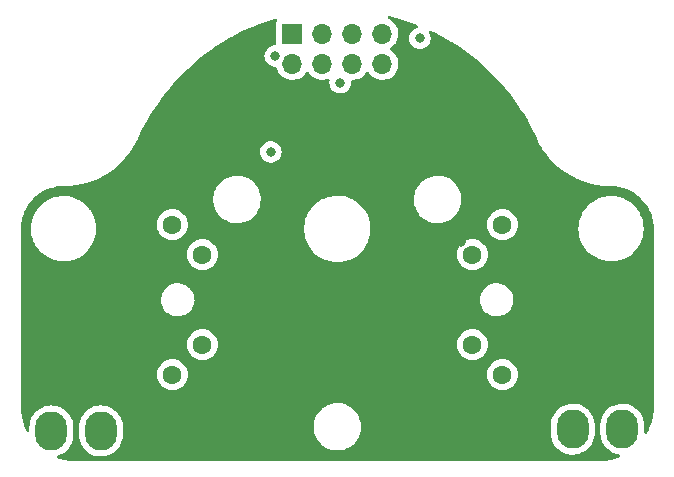
<source format=gbr>
%TF.GenerationSoftware,KiCad,Pcbnew,(6.0.9)*%
%TF.CreationDate,2023-01-27T16:36:23-09:00*%
%TF.ProjectId,GAUGE_Hydraulic Pressure,47415547-455f-4487-9964-7261756c6963,rev?*%
%TF.SameCoordinates,Original*%
%TF.FileFunction,Copper,L2,Inr*%
%TF.FilePolarity,Positive*%
%FSLAX46Y46*%
G04 Gerber Fmt 4.6, Leading zero omitted, Abs format (unit mm)*
G04 Created by KiCad (PCBNEW (6.0.9)) date 2023-01-27 16:36:23*
%MOMM*%
%LPD*%
G01*
G04 APERTURE LIST*
G04 Aperture macros list*
%AMRoundRect*
0 Rectangle with rounded corners*
0 $1 Rounding radius*
0 $2 $3 $4 $5 $6 $7 $8 $9 X,Y pos of 4 corners*
0 Add a 4 corners polygon primitive as box body*
4,1,4,$2,$3,$4,$5,$6,$7,$8,$9,$2,$3,0*
0 Add four circle primitives for the rounded corners*
1,1,$1+$1,$2,$3*
1,1,$1+$1,$4,$5*
1,1,$1+$1,$6,$7*
1,1,$1+$1,$8,$9*
0 Add four rect primitives between the rounded corners*
20,1,$1+$1,$2,$3,$4,$5,0*
20,1,$1+$1,$4,$5,$6,$7,0*
20,1,$1+$1,$6,$7,$8,$9,0*
20,1,$1+$1,$8,$9,$2,$3,0*%
G04 Aperture macros list end*
%TA.AperFunction,ComponentPad*%
%ADD10C,1.600000*%
%TD*%
%TA.AperFunction,ComponentPad*%
%ADD11O,2.700000X3.300000*%
%TD*%
%TA.AperFunction,ComponentPad*%
%ADD12RoundRect,0.250001X1.099999X1.399999X-1.099999X1.399999X-1.099999X-1.399999X1.099999X-1.399999X0*%
%TD*%
%TA.AperFunction,ComponentPad*%
%ADD13O,1.700000X1.700000*%
%TD*%
%TA.AperFunction,ComponentPad*%
%ADD14R,1.700000X1.700000*%
%TD*%
%TA.AperFunction,ViaPad*%
%ADD15C,0.800000*%
%TD*%
G04 APERTURE END LIST*
D10*
%TO.N,/COIL8*%
%TO.C,M1*%
X193630576Y-128559417D03*
%TO.N,/COIL7*%
X193630576Y-120939417D03*
%TO.N,/COIL6*%
X170770576Y-128559417D03*
%TO.N,/COIL5*%
X170770576Y-120939417D03*
%TO.N,/COIL4*%
X196170576Y-131099417D03*
%TO.N,/COIL3*%
X196170576Y-118399417D03*
%TO.N,/COIL2*%
X168230576Y-131099417D03*
%TO.N,/COIL1*%
X168222000Y-118393000D03*
%TD*%
D11*
%TO.N,/DOUT*%
%TO.C,J3*%
X202122000Y-135710000D03*
%TO.N,/LEDGND*%
X206322000Y-135710000D03*
%TO.N,/LED+5V*%
X202122000Y-130210000D03*
D12*
X206322000Y-130210000D03*
%TD*%
D11*
%TO.N,/DIN*%
%TO.C,J1*%
X157989000Y-135863000D03*
%TO.N,/LEDGND*%
X162189000Y-135863000D03*
%TO.N,/LED+5V*%
X157989000Y-130363000D03*
D12*
X162189000Y-130363000D03*
%TD*%
D13*
%TO.N,/COIL7*%
%TO.C,J2*%
X186002000Y-104773000D03*
%TO.N,/COIL3*%
X186002000Y-102233000D03*
%TO.N,/COIL8*%
X183462000Y-104773000D03*
%TO.N,/COIL4*%
X183462000Y-102233000D03*
%TO.N,/COIL6*%
X180922000Y-104773000D03*
%TO.N,/COIL2*%
X180922000Y-102233000D03*
%TO.N,/COIL5*%
X178382000Y-104773000D03*
D14*
%TO.N,/COIL1*%
X178382000Y-102233000D03*
%TD*%
D15*
%TO.N,/LED+5V*%
X183464500Y-115398900D03*
X178173600Y-119173900D03*
X175811900Y-120099700D03*
X174479400Y-106750800D03*
X173088400Y-125141900D03*
X189182000Y-134353100D03*
X183239400Y-109195500D03*
X179755200Y-133598200D03*
X199191900Y-121272300D03*
X197073800Y-116479600D03*
X187419300Y-119418700D03*
X175384500Y-134170600D03*
X171225800Y-109265400D03*
X188690300Y-106874000D03*
X180905000Y-109195500D03*
X177319400Y-109195500D03*
X171216700Y-112197000D03*
X175871500Y-110045100D03*
X186649200Y-109233300D03*
X197004500Y-110433000D03*
X188390100Y-113644100D03*
X171908800Y-118294100D03*
X164574500Y-117330600D03*
X192635600Y-119896200D03*
X193448600Y-126799000D03*
X187607000Y-126418900D03*
X175211000Y-127661400D03*
X179656000Y-127661400D03*
X184101000Y-127661400D03*
X168934165Y-121858000D03*
X176346260Y-116206257D03*
X192344100Y-110332800D03*
%TO.N,/LEDGND*%
X176939341Y-104113176D03*
X182439341Y-106363176D03*
X176563082Y-112236917D03*
X189189341Y-102613176D03*
%TD*%
%TA.AperFunction,Conductor*%
%TO.N,/LED+5V*%
G36*
X186602807Y-100737706D02*
G01*
X187171238Y-100884029D01*
X187221429Y-100896949D01*
X187226985Y-100898516D01*
X187452637Y-100967768D01*
X188033740Y-101146108D01*
X188039187Y-101147917D01*
X188759432Y-101405617D01*
X188833757Y-101432210D01*
X188839141Y-101434277D01*
X188839871Y-101434576D01*
X188982535Y-101493124D01*
X189037962Y-101537491D01*
X189060602Y-101604781D01*
X189043269Y-101673630D01*
X188991466Y-101722177D01*
X188960896Y-101732936D01*
X188913517Y-101743007D01*
X188913508Y-101743010D01*
X188907053Y-101744382D01*
X188901023Y-101747067D01*
X188901022Y-101747067D01*
X188738619Y-101819373D01*
X188738617Y-101819374D01*
X188732589Y-101822058D01*
X188578088Y-101934310D01*
X188573667Y-101939220D01*
X188573666Y-101939221D01*
X188481187Y-102041930D01*
X188450301Y-102076232D01*
X188354814Y-102241620D01*
X188295799Y-102423248D01*
X188295109Y-102429809D01*
X188295109Y-102429811D01*
X188286617Y-102510612D01*
X188275837Y-102613176D01*
X188276527Y-102619741D01*
X188288101Y-102729857D01*
X188295799Y-102803104D01*
X188354814Y-102984732D01*
X188450301Y-103150120D01*
X188578088Y-103292042D01*
X188639817Y-103336891D01*
X188720681Y-103395642D01*
X188732589Y-103404294D01*
X188738617Y-103406978D01*
X188738619Y-103406979D01*
X188901022Y-103479285D01*
X188907053Y-103481970D01*
X189000453Y-103501823D01*
X189087397Y-103520304D01*
X189087402Y-103520304D01*
X189093854Y-103521676D01*
X189284828Y-103521676D01*
X189291280Y-103520304D01*
X189291285Y-103520304D01*
X189378228Y-103501823D01*
X189471629Y-103481970D01*
X189477660Y-103479285D01*
X189640063Y-103406979D01*
X189640065Y-103406978D01*
X189646093Y-103404294D01*
X189658002Y-103395642D01*
X189738865Y-103336891D01*
X189800594Y-103292042D01*
X189928381Y-103150120D01*
X190023868Y-102984732D01*
X190082883Y-102803104D01*
X190090582Y-102729857D01*
X190102155Y-102619741D01*
X190102845Y-102613176D01*
X190092065Y-102510612D01*
X190083573Y-102429811D01*
X190083573Y-102429809D01*
X190082883Y-102423248D01*
X190023868Y-102241620D01*
X189987147Y-102178017D01*
X189970409Y-102109021D01*
X189993630Y-102041930D01*
X190049437Y-101998043D01*
X190120112Y-101991294D01*
X190149393Y-102000765D01*
X190390321Y-102112797D01*
X190395500Y-102115351D01*
X191143587Y-102505848D01*
X191148641Y-102508635D01*
X191809065Y-102892857D01*
X191878063Y-102932999D01*
X191882986Y-102936017D01*
X192592210Y-103393359D01*
X192596989Y-103396598D01*
X193284490Y-103885931D01*
X193289116Y-103889386D01*
X193953484Y-104409706D01*
X193957947Y-104413369D01*
X194597795Y-104963593D01*
X194602085Y-104967457D01*
X195216045Y-105546407D01*
X195220154Y-105550464D01*
X195806934Y-106156920D01*
X195810853Y-106161160D01*
X196369261Y-106793892D01*
X196372981Y-106798308D01*
X196901781Y-107455915D01*
X196905296Y-107460496D01*
X197403447Y-108141682D01*
X197406747Y-108146419D01*
X197873155Y-108849692D01*
X197876235Y-108854576D01*
X198309935Y-109578478D01*
X198312788Y-109583498D01*
X198712858Y-110326487D01*
X198715473Y-110331620D01*
X198894873Y-110704804D01*
X199060878Y-111050125D01*
X199069131Y-111072506D01*
X199072558Y-111085465D01*
X199074971Y-111090971D01*
X199075043Y-111091232D01*
X199075186Y-111091462D01*
X199077596Y-111096963D01*
X199080215Y-111101072D01*
X199082509Y-111105371D01*
X199082468Y-111105393D01*
X199085156Y-111110153D01*
X199295811Y-111534298D01*
X199296821Y-111536331D01*
X199297972Y-111538284D01*
X199297973Y-111538286D01*
X199487352Y-111859638D01*
X199546103Y-111959332D01*
X199547373Y-111961172D01*
X199547378Y-111961180D01*
X199733148Y-112230352D01*
X199824991Y-112363428D01*
X199826386Y-112365168D01*
X199826396Y-112365182D01*
X200130645Y-112744788D01*
X200130653Y-112744798D01*
X200132057Y-112746549D01*
X200133590Y-112748203D01*
X200133591Y-112748205D01*
X200395310Y-113030720D01*
X200465730Y-113106736D01*
X200824301Y-113442144D01*
X200826043Y-113443554D01*
X200826051Y-113443561D01*
X200902238Y-113505230D01*
X201205935Y-113751056D01*
X201207767Y-113752333D01*
X201207777Y-113752341D01*
X201496696Y-113953806D01*
X201608679Y-114031893D01*
X201610621Y-114033050D01*
X201610627Y-114033054D01*
X202028529Y-114282058D01*
X202030471Y-114283215D01*
X202032481Y-114284225D01*
X202032493Y-114284232D01*
X202208691Y-114372805D01*
X202469153Y-114503737D01*
X202471228Y-114504600D01*
X202471234Y-114504603D01*
X202599882Y-114558123D01*
X202922479Y-114692330D01*
X203018606Y-114724472D01*
X203385977Y-114847310D01*
X203385983Y-114847312D01*
X203388128Y-114848029D01*
X203863718Y-114970036D01*
X203865917Y-114970435D01*
X203865930Y-114970438D01*
X204129991Y-115018370D01*
X204346814Y-115057728D01*
X204623982Y-115087781D01*
X204832708Y-115110414D01*
X204832717Y-115110415D01*
X204834943Y-115110656D01*
X205182815Y-115123340D01*
X205296096Y-115127471D01*
X205303391Y-115128216D01*
X205303411Y-115127994D01*
X205308265Y-115128433D01*
X205313055Y-115129242D01*
X205317908Y-115129305D01*
X205317912Y-115129305D01*
X205319360Y-115129323D01*
X205325607Y-115129404D01*
X205330419Y-115128718D01*
X205335283Y-115128405D01*
X205335298Y-115128635D01*
X205346731Y-115127896D01*
X205354191Y-115127987D01*
X205363060Y-115129368D01*
X205371963Y-115128204D01*
X205382412Y-115126838D01*
X205404929Y-115125926D01*
X205717880Y-115141303D01*
X205730178Y-115142515D01*
X206069244Y-115192813D01*
X206081358Y-115195222D01*
X206413871Y-115278515D01*
X206425703Y-115282105D01*
X206748435Y-115397583D01*
X206759858Y-115402315D01*
X207069709Y-115548865D01*
X207080614Y-115554693D01*
X207374622Y-115730916D01*
X207384903Y-115737786D01*
X207660226Y-115941981D01*
X207669778Y-115949821D01*
X207923760Y-116180019D01*
X207932503Y-116188762D01*
X208162688Y-116442733D01*
X208170532Y-116452291D01*
X208374718Y-116727604D01*
X208381588Y-116737885D01*
X208557809Y-117031892D01*
X208563638Y-117042797D01*
X208710196Y-117352667D01*
X208714927Y-117364091D01*
X208830398Y-117686808D01*
X208833988Y-117698640D01*
X208844659Y-117741238D01*
X208902596Y-117972530D01*
X208917279Y-118031148D01*
X208919689Y-118043267D01*
X208963520Y-118338737D01*
X208969987Y-118382334D01*
X208971199Y-118394637D01*
X208972894Y-118429149D01*
X208986216Y-118700292D01*
X208984868Y-118725859D01*
X208984530Y-118728027D01*
X208984530Y-118728035D01*
X208983149Y-118736903D01*
X208984313Y-118745804D01*
X208984313Y-118745808D01*
X208987276Y-118768462D01*
X208988340Y-118784800D01*
X208988340Y-133780462D01*
X208986840Y-133799848D01*
X208986109Y-133804545D01*
X208983149Y-133823552D01*
X208985824Y-133844012D01*
X208986768Y-133865835D01*
X208981608Y-133984002D01*
X208971182Y-134222763D01*
X208970224Y-134233713D01*
X208969862Y-134236465D01*
X208929027Y-134546625D01*
X208919602Y-134618208D01*
X208917694Y-134629029D01*
X208892026Y-134744807D01*
X208833754Y-135007649D01*
X208830909Y-135018266D01*
X208714295Y-135388116D01*
X208710536Y-135398446D01*
X208562121Y-135756748D01*
X208557475Y-135766709D01*
X208418263Y-136034132D01*
X208369067Y-136085320D01*
X208300005Y-136101785D01*
X208233006Y-136078298D01*
X208189341Y-136022317D01*
X208180500Y-135975952D01*
X208180500Y-135341488D01*
X208177385Y-135298547D01*
X208170823Y-135208116D01*
X208165953Y-135140996D01*
X208164969Y-135136538D01*
X208108791Y-134882088D01*
X208108790Y-134882084D01*
X208107806Y-134877628D01*
X208057485Y-134744807D01*
X208013868Y-134629682D01*
X208013867Y-134629679D01*
X208012250Y-134625412D01*
X207881286Y-134389632D01*
X207782470Y-134260152D01*
X207720429Y-134178859D01*
X207720428Y-134178858D01*
X207717657Y-134175227D01*
X207694627Y-134152713D01*
X207585523Y-134046057D01*
X207524792Y-133986688D01*
X207306730Y-133827966D01*
X207186466Y-133764692D01*
X207072079Y-133704510D01*
X207072073Y-133704507D01*
X207068039Y-133702385D01*
X207063734Y-133700865D01*
X207063730Y-133700863D01*
X206818033Y-133614098D01*
X206818032Y-133614098D01*
X206813720Y-133612575D01*
X206685968Y-133587395D01*
X206553572Y-133561300D01*
X206553566Y-133561299D01*
X206549100Y-133560419D01*
X206544547Y-133560192D01*
X206544544Y-133560192D01*
X206284292Y-133547236D01*
X206284286Y-133547236D01*
X206279723Y-133547009D01*
X206011231Y-133572625D01*
X206006797Y-133573710D01*
X206006791Y-133573711D01*
X205753688Y-133635645D01*
X205749250Y-133636731D01*
X205499267Y-133737985D01*
X205410065Y-133790215D01*
X205304312Y-133852136D01*
X205266518Y-133874265D01*
X205055881Y-134042716D01*
X204871766Y-134239809D01*
X204718032Y-134461416D01*
X204716001Y-134465499D01*
X204715999Y-134465502D01*
X204698712Y-134500250D01*
X204597899Y-134702894D01*
X204596478Y-134707228D01*
X204596477Y-134707231D01*
X204582862Y-134748765D01*
X204513882Y-134959186D01*
X204513102Y-134963677D01*
X204513102Y-134963678D01*
X204481525Y-135145547D01*
X204467743Y-135224921D01*
X204467552Y-135228758D01*
X204464078Y-135298547D01*
X204463500Y-135310149D01*
X204463500Y-136078512D01*
X204463665Y-136080780D01*
X204463665Y-136080792D01*
X204467182Y-136129259D01*
X204478047Y-136279004D01*
X204479031Y-136283459D01*
X204479031Y-136283462D01*
X204529786Y-136513347D01*
X204536194Y-136542372D01*
X204583972Y-136668480D01*
X204603944Y-136721194D01*
X204631750Y-136794588D01*
X204762714Y-137030368D01*
X204765486Y-137034000D01*
X204879608Y-137183535D01*
X204926343Y-137244773D01*
X204929609Y-137247966D01*
X204929611Y-137247968D01*
X204963126Y-137280731D01*
X205119208Y-137433312D01*
X205337270Y-137592034D01*
X205437031Y-137644521D01*
X205571921Y-137715490D01*
X205571927Y-137715493D01*
X205575961Y-137717615D01*
X205580266Y-137719135D01*
X205580270Y-137719137D01*
X205765549Y-137784566D01*
X205830280Y-137807425D01*
X205834761Y-137808308D01*
X205834764Y-137808309D01*
X205911237Y-137823382D01*
X206043710Y-137849492D01*
X206106676Y-137882289D01*
X206141916Y-137943922D01*
X206138240Y-138014823D01*
X206096815Y-138072482D01*
X206067564Y-138089521D01*
X206026362Y-138106588D01*
X205985453Y-138123533D01*
X205975137Y-138127288D01*
X205848717Y-138167149D01*
X205605270Y-138243908D01*
X205594653Y-138246753D01*
X205405347Y-138288722D01*
X205216037Y-138330693D01*
X205205220Y-138332600D01*
X204914764Y-138370841D01*
X204820721Y-138383223D01*
X204809771Y-138384181D01*
X204754754Y-138386584D01*
X204460326Y-138399441D01*
X204435453Y-138398061D01*
X204423112Y-138396140D01*
X204414211Y-138397304D01*
X204414207Y-138397304D01*
X204391553Y-138400267D01*
X204375215Y-138401331D01*
X160016205Y-138401331D01*
X159996820Y-138399831D01*
X159981987Y-138397521D01*
X159981983Y-138397521D01*
X159973114Y-138396140D01*
X159952656Y-138398815D01*
X159930830Y-138399759D01*
X159573894Y-138384178D01*
X159562949Y-138383220D01*
X159178448Y-138332603D01*
X159167628Y-138330696D01*
X159033665Y-138300997D01*
X158789014Y-138246761D01*
X158778397Y-138243917D01*
X158662001Y-138207219D01*
X158562772Y-138175933D01*
X158503819Y-138136373D01*
X158475612Y-138071220D01*
X158487106Y-138001160D01*
X158534654Y-137948437D01*
X158560263Y-137936633D01*
X158561750Y-137936269D01*
X158811733Y-137835015D01*
X159044482Y-137698735D01*
X159255119Y-137530284D01*
X159439234Y-137333191D01*
X159592968Y-137111584D01*
X159713101Y-136870106D01*
X159718615Y-136853287D01*
X159795698Y-136618147D01*
X159795699Y-136618141D01*
X159797118Y-136613814D01*
X159825226Y-136451930D01*
X159842601Y-136351860D01*
X159842602Y-136351852D01*
X159843257Y-136348079D01*
X159846696Y-136279004D01*
X159847422Y-136264422D01*
X159847422Y-136264414D01*
X159847500Y-136262851D01*
X159847500Y-136231512D01*
X160330500Y-136231512D01*
X160330665Y-136233780D01*
X160330665Y-136233792D01*
X160333946Y-136279004D01*
X160345047Y-136432004D01*
X160346031Y-136436459D01*
X160346031Y-136436462D01*
X160387673Y-136625071D01*
X160403194Y-136695372D01*
X160404812Y-136699642D01*
X160470944Y-136874194D01*
X160498750Y-136947588D01*
X160629714Y-137183368D01*
X160711528Y-137290570D01*
X160751036Y-137342337D01*
X160793343Y-137397773D01*
X160796609Y-137400966D01*
X160796611Y-137400968D01*
X160889775Y-137492042D01*
X160986208Y-137586312D01*
X161204270Y-137745034D01*
X161273685Y-137781555D01*
X161438921Y-137868490D01*
X161438927Y-137868493D01*
X161442961Y-137870615D01*
X161447266Y-137872135D01*
X161447270Y-137872137D01*
X161663333Y-137948437D01*
X161697280Y-137960425D01*
X161825032Y-137985605D01*
X161957428Y-138011700D01*
X161957434Y-138011701D01*
X161961900Y-138012581D01*
X161966453Y-138012808D01*
X161966456Y-138012808D01*
X162226708Y-138025764D01*
X162226714Y-138025764D01*
X162231277Y-138025991D01*
X162499769Y-138000375D01*
X162504203Y-137999290D01*
X162504209Y-137999289D01*
X162757312Y-137937355D01*
X162761750Y-137936269D01*
X163011733Y-137835015D01*
X163244482Y-137698735D01*
X163455119Y-137530284D01*
X163639234Y-137333191D01*
X163792968Y-137111584D01*
X163913101Y-136870106D01*
X163918615Y-136853287D01*
X163995698Y-136618147D01*
X163995699Y-136618141D01*
X163997118Y-136613814D01*
X164025226Y-136451930D01*
X164042601Y-136351860D01*
X164042602Y-136351852D01*
X164043257Y-136348079D01*
X164046696Y-136279004D01*
X164047422Y-136264422D01*
X164047422Y-136264414D01*
X164047500Y-136262851D01*
X164047500Y-135494488D01*
X164043020Y-135432733D01*
X180179822Y-135432733D01*
X180179975Y-135437121D01*
X180179975Y-135437127D01*
X180182059Y-135496779D01*
X180189625Y-135713458D01*
X180190387Y-135717781D01*
X180190388Y-135717788D01*
X180214164Y-135852624D01*
X180238402Y-135990087D01*
X180325203Y-136257235D01*
X180327131Y-136261188D01*
X180327133Y-136261193D01*
X180354902Y-136318127D01*
X180448340Y-136509702D01*
X180450795Y-136513341D01*
X180450798Y-136513347D01*
X180470376Y-136542372D01*
X180605415Y-136742576D01*
X180793371Y-136951322D01*
X181008550Y-137131879D01*
X181246764Y-137280731D01*
X181503375Y-137394982D01*
X181524251Y-137400968D01*
X181737414Y-137462091D01*
X181773390Y-137472407D01*
X181777740Y-137473018D01*
X181777743Y-137473019D01*
X181880690Y-137487487D01*
X182051552Y-137511500D01*
X182262146Y-137511500D01*
X182264332Y-137511347D01*
X182264336Y-137511347D01*
X182467827Y-137497118D01*
X182467832Y-137497117D01*
X182472212Y-137496811D01*
X182746970Y-137438409D01*
X182751099Y-137436906D01*
X182751103Y-137436905D01*
X183006781Y-137343846D01*
X183006785Y-137343844D01*
X183010926Y-137342337D01*
X183258942Y-137210464D01*
X183296237Y-137183368D01*
X183482629Y-137047947D01*
X183482632Y-137047944D01*
X183486192Y-137045358D01*
X183505850Y-137026375D01*
X183587436Y-136947588D01*
X183688252Y-136850231D01*
X183861188Y-136628882D01*
X183863384Y-136625078D01*
X183863389Y-136625071D01*
X183999435Y-136389431D01*
X184001636Y-136385619D01*
X184106862Y-136125176D01*
X184110683Y-136109851D01*
X184118497Y-136078512D01*
X200263500Y-136078512D01*
X200263665Y-136080780D01*
X200263665Y-136080792D01*
X200267182Y-136129259D01*
X200278047Y-136279004D01*
X200279031Y-136283459D01*
X200279031Y-136283462D01*
X200329786Y-136513347D01*
X200336194Y-136542372D01*
X200383972Y-136668480D01*
X200403944Y-136721194D01*
X200431750Y-136794588D01*
X200562714Y-137030368D01*
X200565486Y-137034000D01*
X200679608Y-137183535D01*
X200726343Y-137244773D01*
X200729609Y-137247966D01*
X200729611Y-137247968D01*
X200763126Y-137280731D01*
X200919208Y-137433312D01*
X201137270Y-137592034D01*
X201237031Y-137644521D01*
X201371921Y-137715490D01*
X201371927Y-137715493D01*
X201375961Y-137717615D01*
X201380266Y-137719135D01*
X201380270Y-137719137D01*
X201565549Y-137784566D01*
X201630280Y-137807425D01*
X201758032Y-137832605D01*
X201890428Y-137858700D01*
X201890434Y-137858701D01*
X201894900Y-137859581D01*
X201899453Y-137859808D01*
X201899456Y-137859808D01*
X202159708Y-137872764D01*
X202159714Y-137872764D01*
X202164277Y-137872991D01*
X202432769Y-137847375D01*
X202437203Y-137846290D01*
X202437209Y-137846289D01*
X202690312Y-137784355D01*
X202694750Y-137783269D01*
X202944733Y-137682015D01*
X203177482Y-137545735D01*
X203365989Y-137394982D01*
X203384553Y-137380136D01*
X203384555Y-137380135D01*
X203388119Y-137377284D01*
X203572234Y-137180191D01*
X203725968Y-136958584D01*
X203731439Y-136947588D01*
X203844067Y-136721194D01*
X203846101Y-136717106D01*
X203854688Y-136690912D01*
X203928698Y-136465147D01*
X203928699Y-136465141D01*
X203930118Y-136460814D01*
X203935120Y-136432004D01*
X203975601Y-136198860D01*
X203975602Y-136198852D01*
X203976257Y-136195079D01*
X203980500Y-136109851D01*
X203980500Y-135341488D01*
X203977385Y-135298547D01*
X203970823Y-135208116D01*
X203965953Y-135140996D01*
X203964969Y-135136538D01*
X203908791Y-134882088D01*
X203908790Y-134882084D01*
X203907806Y-134877628D01*
X203857485Y-134744807D01*
X203813868Y-134629682D01*
X203813867Y-134629679D01*
X203812250Y-134625412D01*
X203681286Y-134389632D01*
X203582470Y-134260152D01*
X203520429Y-134178859D01*
X203520428Y-134178858D01*
X203517657Y-134175227D01*
X203494627Y-134152713D01*
X203385523Y-134046057D01*
X203324792Y-133986688D01*
X203106730Y-133827966D01*
X202986466Y-133764692D01*
X202872079Y-133704510D01*
X202872073Y-133704507D01*
X202868039Y-133702385D01*
X202863734Y-133700865D01*
X202863730Y-133700863D01*
X202618033Y-133614098D01*
X202618032Y-133614098D01*
X202613720Y-133612575D01*
X202485968Y-133587395D01*
X202353572Y-133561300D01*
X202353566Y-133561299D01*
X202349100Y-133560419D01*
X202344547Y-133560192D01*
X202344544Y-133560192D01*
X202084292Y-133547236D01*
X202084286Y-133547236D01*
X202079723Y-133547009D01*
X201811231Y-133572625D01*
X201806797Y-133573710D01*
X201806791Y-133573711D01*
X201553688Y-133635645D01*
X201549250Y-133636731D01*
X201299267Y-133737985D01*
X201210065Y-133790215D01*
X201104312Y-133852136D01*
X201066518Y-133874265D01*
X200855881Y-134042716D01*
X200671766Y-134239809D01*
X200518032Y-134461416D01*
X200516001Y-134465499D01*
X200515999Y-134465502D01*
X200498712Y-134500250D01*
X200397899Y-134702894D01*
X200396478Y-134707228D01*
X200396477Y-134707231D01*
X200382862Y-134748765D01*
X200313882Y-134959186D01*
X200313102Y-134963677D01*
X200313102Y-134963678D01*
X200281525Y-135145547D01*
X200267743Y-135224921D01*
X200267552Y-135228758D01*
X200264078Y-135298547D01*
X200263500Y-135310149D01*
X200263500Y-136078512D01*
X184118497Y-136078512D01*
X184173753Y-135856893D01*
X184173754Y-135856888D01*
X184174817Y-135852624D01*
X184183847Y-135766715D01*
X184203719Y-135577636D01*
X184203719Y-135577633D01*
X184204178Y-135573267D01*
X184201427Y-135494488D01*
X184194529Y-135296939D01*
X184194528Y-135296933D01*
X184194375Y-135292542D01*
X184183129Y-135228758D01*
X184148979Y-135035088D01*
X184145598Y-135015913D01*
X184058797Y-134748765D01*
X184038540Y-134707231D01*
X184000403Y-134629040D01*
X183935660Y-134496298D01*
X183933205Y-134492659D01*
X183933202Y-134492653D01*
X183820140Y-134325032D01*
X183778585Y-134263424D01*
X183590629Y-134054678D01*
X183375450Y-133874121D01*
X183137236Y-133725269D01*
X182880625Y-133611018D01*
X182725992Y-133566678D01*
X182614837Y-133534805D01*
X182614836Y-133534805D01*
X182610610Y-133533593D01*
X182606260Y-133532982D01*
X182606257Y-133532981D01*
X182503310Y-133518513D01*
X182332448Y-133494500D01*
X182121854Y-133494500D01*
X182119668Y-133494653D01*
X182119664Y-133494653D01*
X181916173Y-133508882D01*
X181916168Y-133508883D01*
X181911788Y-133509189D01*
X181637030Y-133567591D01*
X181632901Y-133569094D01*
X181632897Y-133569095D01*
X181377219Y-133662154D01*
X181377215Y-133662156D01*
X181373074Y-133663663D01*
X181125058Y-133795536D01*
X181121499Y-133798122D01*
X181121497Y-133798123D01*
X180996041Y-133889272D01*
X180897808Y-133960642D01*
X180894644Y-133963698D01*
X180894641Y-133963700D01*
X180867528Y-133989883D01*
X180695748Y-134155769D01*
X180522812Y-134377118D01*
X180520616Y-134380922D01*
X180520611Y-134380929D01*
X180429349Y-134539000D01*
X180382364Y-134620381D01*
X180277138Y-134880824D01*
X180276073Y-134885097D01*
X180276072Y-134885099D01*
X180212270Y-135140996D01*
X180209183Y-135153376D01*
X180208724Y-135157744D01*
X180208723Y-135157749D01*
X180183423Y-135398471D01*
X180179822Y-135432733D01*
X164043020Y-135432733D01*
X164033283Y-135298547D01*
X164032953Y-135293996D01*
X164018550Y-135228758D01*
X163975791Y-135035088D01*
X163975790Y-135035084D01*
X163974806Y-135030628D01*
X163916840Y-134877628D01*
X163880868Y-134782682D01*
X163880867Y-134782679D01*
X163879250Y-134778412D01*
X163748286Y-134542632D01*
X163666471Y-134435429D01*
X163587429Y-134331859D01*
X163587428Y-134331858D01*
X163584657Y-134328227D01*
X163391792Y-134139688D01*
X163173730Y-133980966D01*
X163073969Y-133928479D01*
X162939079Y-133857510D01*
X162939073Y-133857507D01*
X162935039Y-133855385D01*
X162930734Y-133853865D01*
X162930730Y-133853863D01*
X162685033Y-133767098D01*
X162685032Y-133767098D01*
X162680720Y-133765575D01*
X162532048Y-133736272D01*
X162420572Y-133714300D01*
X162420566Y-133714299D01*
X162416100Y-133713419D01*
X162411547Y-133713192D01*
X162411544Y-133713192D01*
X162151292Y-133700236D01*
X162151286Y-133700236D01*
X162146723Y-133700009D01*
X161878231Y-133725625D01*
X161873797Y-133726710D01*
X161873791Y-133726711D01*
X161654129Y-133780462D01*
X161616250Y-133789731D01*
X161366267Y-133890985D01*
X161133518Y-134027265D01*
X161129951Y-134030118D01*
X160943960Y-134178859D01*
X160922881Y-134195716D01*
X160738766Y-134392809D01*
X160585032Y-134614416D01*
X160583001Y-134618499D01*
X160582999Y-134618502D01*
X160577437Y-134629682D01*
X160464899Y-134855894D01*
X160463478Y-134860228D01*
X160463477Y-134860231D01*
X160411025Y-135020236D01*
X160380882Y-135112186D01*
X160380102Y-135116677D01*
X160380102Y-135116678D01*
X160341069Y-135341488D01*
X160334743Y-135377921D01*
X160330500Y-135463149D01*
X160330500Y-136231512D01*
X159847500Y-136231512D01*
X159847500Y-135494488D01*
X159843020Y-135432733D01*
X159833283Y-135298547D01*
X159832953Y-135293996D01*
X159818550Y-135228758D01*
X159775791Y-135035088D01*
X159775790Y-135035084D01*
X159774806Y-135030628D01*
X159716840Y-134877628D01*
X159680868Y-134782682D01*
X159680867Y-134782679D01*
X159679250Y-134778412D01*
X159548286Y-134542632D01*
X159466471Y-134435429D01*
X159387429Y-134331859D01*
X159387428Y-134331858D01*
X159384657Y-134328227D01*
X159191792Y-134139688D01*
X158973730Y-133980966D01*
X158873969Y-133928479D01*
X158739079Y-133857510D01*
X158739073Y-133857507D01*
X158735039Y-133855385D01*
X158730734Y-133853865D01*
X158730730Y-133853863D01*
X158485033Y-133767098D01*
X158485032Y-133767098D01*
X158480720Y-133765575D01*
X158332048Y-133736272D01*
X158220572Y-133714300D01*
X158220566Y-133714299D01*
X158216100Y-133713419D01*
X158211547Y-133713192D01*
X158211544Y-133713192D01*
X157951292Y-133700236D01*
X157951286Y-133700236D01*
X157946723Y-133700009D01*
X157678231Y-133725625D01*
X157673797Y-133726710D01*
X157673791Y-133726711D01*
X157454129Y-133780462D01*
X157416250Y-133789731D01*
X157166267Y-133890985D01*
X156933518Y-134027265D01*
X156929951Y-134030118D01*
X156743960Y-134178859D01*
X156722881Y-134195716D01*
X156538766Y-134392809D01*
X156385032Y-134614416D01*
X156383001Y-134618499D01*
X156382999Y-134618502D01*
X156377437Y-134629682D01*
X156264899Y-134855894D01*
X156263478Y-134860228D01*
X156263477Y-134860231D01*
X156211025Y-135020236D01*
X156180882Y-135112186D01*
X156180102Y-135116677D01*
X156180102Y-135116678D01*
X156141069Y-135341488D01*
X156134743Y-135377921D01*
X156130500Y-135463149D01*
X156130500Y-135836470D01*
X156110498Y-135904591D01*
X156056842Y-135951084D01*
X155986568Y-135961188D01*
X155921988Y-135931694D01*
X155892737Y-135894651D01*
X155826137Y-135766715D01*
X155821492Y-135756753D01*
X155699874Y-135463149D01*
X155673082Y-135398468D01*
X155669323Y-135388141D01*
X155552702Y-135018272D01*
X155549857Y-135007655D01*
X155481384Y-134698806D01*
X155465916Y-134629033D01*
X155464008Y-134618215D01*
X155413386Y-134233717D01*
X155412428Y-134222767D01*
X155405088Y-134054678D01*
X155397182Y-133873640D01*
X155398563Y-133848758D01*
X155399152Y-133844979D01*
X155399152Y-133844973D01*
X155400533Y-133836104D01*
X155399369Y-133827203D01*
X155399369Y-133827199D01*
X155396406Y-133804545D01*
X155395342Y-133788207D01*
X155395342Y-131099417D01*
X166917078Y-131099417D01*
X166937033Y-131327504D01*
X166996292Y-131548660D01*
X166998615Y-131553641D01*
X166998615Y-131553642D01*
X167090727Y-131751179D01*
X167090730Y-131751184D01*
X167093053Y-131756166D01*
X167224378Y-131943717D01*
X167386276Y-132105615D01*
X167390784Y-132108772D01*
X167390787Y-132108774D01*
X167468965Y-132163515D01*
X167573827Y-132236940D01*
X167578809Y-132239263D01*
X167578814Y-132239266D01*
X167776351Y-132331378D01*
X167781333Y-132333701D01*
X167786641Y-132335123D01*
X167786643Y-132335124D01*
X167997174Y-132391536D01*
X167997176Y-132391536D01*
X168002489Y-132392960D01*
X168230576Y-132412915D01*
X168458663Y-132392960D01*
X168463976Y-132391536D01*
X168463978Y-132391536D01*
X168674509Y-132335124D01*
X168674511Y-132335123D01*
X168679819Y-132333701D01*
X168684801Y-132331378D01*
X168882338Y-132239266D01*
X168882343Y-132239263D01*
X168887325Y-132236940D01*
X168992187Y-132163515D01*
X169070365Y-132108774D01*
X169070368Y-132108772D01*
X169074876Y-132105615D01*
X169236774Y-131943717D01*
X169368099Y-131756166D01*
X169370422Y-131751184D01*
X169370425Y-131751179D01*
X169462537Y-131553642D01*
X169462537Y-131553641D01*
X169464860Y-131548660D01*
X169524119Y-131327504D01*
X169544074Y-131099417D01*
X194857078Y-131099417D01*
X194877033Y-131327504D01*
X194936292Y-131548660D01*
X194938615Y-131553641D01*
X194938615Y-131553642D01*
X195030727Y-131751179D01*
X195030730Y-131751184D01*
X195033053Y-131756166D01*
X195164378Y-131943717D01*
X195326276Y-132105615D01*
X195330784Y-132108772D01*
X195330787Y-132108774D01*
X195408965Y-132163515D01*
X195513827Y-132236940D01*
X195518809Y-132239263D01*
X195518814Y-132239266D01*
X195716351Y-132331378D01*
X195721333Y-132333701D01*
X195726641Y-132335123D01*
X195726643Y-132335124D01*
X195937174Y-132391536D01*
X195937176Y-132391536D01*
X195942489Y-132392960D01*
X196170576Y-132412915D01*
X196398663Y-132392960D01*
X196403976Y-132391536D01*
X196403978Y-132391536D01*
X196614509Y-132335124D01*
X196614511Y-132335123D01*
X196619819Y-132333701D01*
X196624801Y-132331378D01*
X196822338Y-132239266D01*
X196822343Y-132239263D01*
X196827325Y-132236940D01*
X196932187Y-132163515D01*
X197010365Y-132108774D01*
X197010368Y-132108772D01*
X197014876Y-132105615D01*
X197176774Y-131943717D01*
X197308099Y-131756166D01*
X197310422Y-131751184D01*
X197310425Y-131751179D01*
X197402537Y-131553642D01*
X197402537Y-131553641D01*
X197404860Y-131548660D01*
X197464119Y-131327504D01*
X197484074Y-131099417D01*
X197464119Y-130871330D01*
X197404860Y-130650174D01*
X197402537Y-130645192D01*
X197310425Y-130447655D01*
X197310422Y-130447650D01*
X197308099Y-130442668D01*
X197176774Y-130255117D01*
X197014876Y-130093219D01*
X197010368Y-130090062D01*
X197010365Y-130090060D01*
X196932187Y-130035319D01*
X196827325Y-129961894D01*
X196822343Y-129959571D01*
X196822338Y-129959568D01*
X196624801Y-129867456D01*
X196624800Y-129867456D01*
X196619819Y-129865133D01*
X196614511Y-129863711D01*
X196614509Y-129863710D01*
X196403978Y-129807298D01*
X196403976Y-129807298D01*
X196398663Y-129805874D01*
X196170576Y-129785919D01*
X195942489Y-129805874D01*
X195937176Y-129807298D01*
X195937174Y-129807298D01*
X195726643Y-129863710D01*
X195726641Y-129863711D01*
X195721333Y-129865133D01*
X195716352Y-129867456D01*
X195716351Y-129867456D01*
X195518814Y-129959568D01*
X195518809Y-129959571D01*
X195513827Y-129961894D01*
X195408965Y-130035319D01*
X195330787Y-130090060D01*
X195330784Y-130090062D01*
X195326276Y-130093219D01*
X195164378Y-130255117D01*
X195033053Y-130442668D01*
X195030730Y-130447650D01*
X195030727Y-130447655D01*
X194938615Y-130645192D01*
X194936292Y-130650174D01*
X194877033Y-130871330D01*
X194857078Y-131099417D01*
X169544074Y-131099417D01*
X169524119Y-130871330D01*
X169464860Y-130650174D01*
X169462537Y-130645192D01*
X169370425Y-130447655D01*
X169370422Y-130447650D01*
X169368099Y-130442668D01*
X169236774Y-130255117D01*
X169074876Y-130093219D01*
X169070368Y-130090062D01*
X169070365Y-130090060D01*
X168992187Y-130035319D01*
X168887325Y-129961894D01*
X168882343Y-129959571D01*
X168882338Y-129959568D01*
X168684801Y-129867456D01*
X168684800Y-129867456D01*
X168679819Y-129865133D01*
X168674511Y-129863711D01*
X168674509Y-129863710D01*
X168463978Y-129807298D01*
X168463976Y-129807298D01*
X168458663Y-129805874D01*
X168230576Y-129785919D01*
X168002489Y-129805874D01*
X167997176Y-129807298D01*
X167997174Y-129807298D01*
X167786643Y-129863710D01*
X167786641Y-129863711D01*
X167781333Y-129865133D01*
X167776352Y-129867456D01*
X167776351Y-129867456D01*
X167578814Y-129959568D01*
X167578809Y-129959571D01*
X167573827Y-129961894D01*
X167468965Y-130035319D01*
X167390787Y-130090060D01*
X167390784Y-130090062D01*
X167386276Y-130093219D01*
X167224378Y-130255117D01*
X167093053Y-130442668D01*
X167090730Y-130447650D01*
X167090727Y-130447655D01*
X166998615Y-130645192D01*
X166996292Y-130650174D01*
X166937033Y-130871330D01*
X166917078Y-131099417D01*
X155395342Y-131099417D01*
X155395342Y-128559417D01*
X169457078Y-128559417D01*
X169477033Y-128787504D01*
X169536292Y-129008660D01*
X169538615Y-129013641D01*
X169538615Y-129013642D01*
X169630727Y-129211179D01*
X169630730Y-129211184D01*
X169633053Y-129216166D01*
X169764378Y-129403717D01*
X169926276Y-129565615D01*
X169930784Y-129568772D01*
X169930787Y-129568774D01*
X170008965Y-129623515D01*
X170113827Y-129696940D01*
X170118809Y-129699263D01*
X170118814Y-129699266D01*
X170316351Y-129791378D01*
X170321333Y-129793701D01*
X170326641Y-129795123D01*
X170326643Y-129795124D01*
X170537174Y-129851536D01*
X170537176Y-129851536D01*
X170542489Y-129852960D01*
X170770576Y-129872915D01*
X170998663Y-129852960D01*
X171003976Y-129851536D01*
X171003978Y-129851536D01*
X171214509Y-129795124D01*
X171214511Y-129795123D01*
X171219819Y-129793701D01*
X171224801Y-129791378D01*
X171422338Y-129699266D01*
X171422343Y-129699263D01*
X171427325Y-129696940D01*
X171532187Y-129623515D01*
X171610365Y-129568774D01*
X171610368Y-129568772D01*
X171614876Y-129565615D01*
X171776774Y-129403717D01*
X171908099Y-129216166D01*
X171910422Y-129211184D01*
X171910425Y-129211179D01*
X172002537Y-129013642D01*
X172002537Y-129013641D01*
X172004860Y-129008660D01*
X172064119Y-128787504D01*
X172084074Y-128559417D01*
X192317078Y-128559417D01*
X192337033Y-128787504D01*
X192396292Y-129008660D01*
X192398615Y-129013641D01*
X192398615Y-129013642D01*
X192490727Y-129211179D01*
X192490730Y-129211184D01*
X192493053Y-129216166D01*
X192624378Y-129403717D01*
X192786276Y-129565615D01*
X192790784Y-129568772D01*
X192790787Y-129568774D01*
X192868965Y-129623515D01*
X192973827Y-129696940D01*
X192978809Y-129699263D01*
X192978814Y-129699266D01*
X193176351Y-129791378D01*
X193181333Y-129793701D01*
X193186641Y-129795123D01*
X193186643Y-129795124D01*
X193397174Y-129851536D01*
X193397176Y-129851536D01*
X193402489Y-129852960D01*
X193630576Y-129872915D01*
X193858663Y-129852960D01*
X193863976Y-129851536D01*
X193863978Y-129851536D01*
X194074509Y-129795124D01*
X194074511Y-129795123D01*
X194079819Y-129793701D01*
X194084801Y-129791378D01*
X194282338Y-129699266D01*
X194282343Y-129699263D01*
X194287325Y-129696940D01*
X194392187Y-129623515D01*
X194470365Y-129568774D01*
X194470368Y-129568772D01*
X194474876Y-129565615D01*
X194636774Y-129403717D01*
X194768099Y-129216166D01*
X194770422Y-129211184D01*
X194770425Y-129211179D01*
X194862537Y-129013642D01*
X194862537Y-129013641D01*
X194864860Y-129008660D01*
X194924119Y-128787504D01*
X194944074Y-128559417D01*
X194924119Y-128331330D01*
X194864860Y-128110174D01*
X194862537Y-128105192D01*
X194770425Y-127907655D01*
X194770422Y-127907650D01*
X194768099Y-127902668D01*
X194636774Y-127715117D01*
X194474876Y-127553219D01*
X194470368Y-127550062D01*
X194470365Y-127550060D01*
X194392187Y-127495319D01*
X194287325Y-127421894D01*
X194282343Y-127419571D01*
X194282338Y-127419568D01*
X194084801Y-127327456D01*
X194084800Y-127327456D01*
X194079819Y-127325133D01*
X194074511Y-127323711D01*
X194074509Y-127323710D01*
X193863978Y-127267298D01*
X193863976Y-127267298D01*
X193858663Y-127265874D01*
X193630576Y-127245919D01*
X193402489Y-127265874D01*
X193397176Y-127267298D01*
X193397174Y-127267298D01*
X193186643Y-127323710D01*
X193186641Y-127323711D01*
X193181333Y-127325133D01*
X193176352Y-127327456D01*
X193176351Y-127327456D01*
X192978814Y-127419568D01*
X192978809Y-127419571D01*
X192973827Y-127421894D01*
X192868965Y-127495319D01*
X192790787Y-127550060D01*
X192790784Y-127550062D01*
X192786276Y-127553219D01*
X192624378Y-127715117D01*
X192493053Y-127902668D01*
X192490730Y-127907650D01*
X192490727Y-127907655D01*
X192398615Y-128105192D01*
X192396292Y-128110174D01*
X192337033Y-128331330D01*
X192317078Y-128559417D01*
X172084074Y-128559417D01*
X172064119Y-128331330D01*
X172004860Y-128110174D01*
X172002537Y-128105192D01*
X171910425Y-127907655D01*
X171910422Y-127907650D01*
X171908099Y-127902668D01*
X171776774Y-127715117D01*
X171614876Y-127553219D01*
X171610368Y-127550062D01*
X171610365Y-127550060D01*
X171532187Y-127495319D01*
X171427325Y-127421894D01*
X171422343Y-127419571D01*
X171422338Y-127419568D01*
X171224801Y-127327456D01*
X171224800Y-127327456D01*
X171219819Y-127325133D01*
X171214511Y-127323711D01*
X171214509Y-127323710D01*
X171003978Y-127267298D01*
X171003976Y-127267298D01*
X170998663Y-127265874D01*
X170770576Y-127245919D01*
X170542489Y-127265874D01*
X170537176Y-127267298D01*
X170537174Y-127267298D01*
X170326643Y-127323710D01*
X170326641Y-127323711D01*
X170321333Y-127325133D01*
X170316352Y-127327456D01*
X170316351Y-127327456D01*
X170118814Y-127419568D01*
X170118809Y-127419571D01*
X170113827Y-127421894D01*
X170008965Y-127495319D01*
X169930787Y-127550060D01*
X169930784Y-127550062D01*
X169926276Y-127553219D01*
X169764378Y-127715117D01*
X169633053Y-127902668D01*
X169630730Y-127907650D01*
X169630727Y-127907655D01*
X169538615Y-128105192D01*
X169536292Y-128110174D01*
X169477033Y-128331330D01*
X169457078Y-128559417D01*
X155395342Y-128559417D01*
X155395342Y-124686411D01*
X167279977Y-124686411D01*
X167288945Y-124925274D01*
X167338030Y-125159211D01*
X167425829Y-125381533D01*
X167549832Y-125585883D01*
X167553329Y-125589913D01*
X167643090Y-125693353D01*
X167706493Y-125766419D01*
X167710619Y-125769802D01*
X167710623Y-125769806D01*
X167809629Y-125850985D01*
X167891333Y-125917978D01*
X167895969Y-125920617D01*
X167895972Y-125920619D01*
X168009386Y-125985178D01*
X168099066Y-126036227D01*
X168323753Y-126117784D01*
X168329002Y-126118733D01*
X168329005Y-126118734D01*
X168554885Y-126159580D01*
X168554893Y-126159581D01*
X168558969Y-126160318D01*
X168577359Y-126161185D01*
X168582544Y-126161430D01*
X168582551Y-126161430D01*
X168584032Y-126161500D01*
X168752012Y-126161500D01*
X168930175Y-126146383D01*
X168935339Y-126145043D01*
X168935343Y-126145042D01*
X169156375Y-126087673D01*
X169156380Y-126087671D01*
X169161540Y-126086332D01*
X169278636Y-126033584D01*
X169374619Y-125990347D01*
X169374622Y-125990346D01*
X169379480Y-125988157D01*
X169577762Y-125854666D01*
X169750718Y-125689674D01*
X169893402Y-125497900D01*
X170001733Y-125284828D01*
X170042361Y-125153984D01*
X170071032Y-125061651D01*
X170071033Y-125061645D01*
X170072616Y-125056548D01*
X170104023Y-124819589D01*
X170099023Y-124686411D01*
X194279977Y-124686411D01*
X194288945Y-124925274D01*
X194338030Y-125159211D01*
X194425829Y-125381533D01*
X194549832Y-125585883D01*
X194553329Y-125589913D01*
X194643090Y-125693353D01*
X194706493Y-125766419D01*
X194710619Y-125769802D01*
X194710623Y-125769806D01*
X194809629Y-125850985D01*
X194891333Y-125917978D01*
X194895969Y-125920617D01*
X194895972Y-125920619D01*
X195009386Y-125985178D01*
X195099066Y-126036227D01*
X195323753Y-126117784D01*
X195329002Y-126118733D01*
X195329005Y-126118734D01*
X195554885Y-126159580D01*
X195554893Y-126159581D01*
X195558969Y-126160318D01*
X195577359Y-126161185D01*
X195582544Y-126161430D01*
X195582551Y-126161430D01*
X195584032Y-126161500D01*
X195752012Y-126161500D01*
X195930175Y-126146383D01*
X195935339Y-126145043D01*
X195935343Y-126145042D01*
X196156375Y-126087673D01*
X196156380Y-126087671D01*
X196161540Y-126086332D01*
X196278636Y-126033584D01*
X196374619Y-125990347D01*
X196374622Y-125990346D01*
X196379480Y-125988157D01*
X196577762Y-125854666D01*
X196750718Y-125689674D01*
X196893402Y-125497900D01*
X197001733Y-125284828D01*
X197042361Y-125153984D01*
X197071032Y-125061651D01*
X197071033Y-125061645D01*
X197072616Y-125056548D01*
X197104023Y-124819589D01*
X197095055Y-124580726D01*
X197045970Y-124346789D01*
X196958171Y-124124467D01*
X196834168Y-123920117D01*
X196744103Y-123816326D01*
X196681007Y-123743614D01*
X196681005Y-123743612D01*
X196677507Y-123739581D01*
X196673381Y-123736198D01*
X196673377Y-123736194D01*
X196496795Y-123591407D01*
X196492667Y-123588022D01*
X196488031Y-123585383D01*
X196488028Y-123585381D01*
X196289577Y-123472416D01*
X196284934Y-123469773D01*
X196060247Y-123388216D01*
X196054998Y-123387267D01*
X196054995Y-123387266D01*
X195829115Y-123346420D01*
X195829107Y-123346419D01*
X195825031Y-123345682D01*
X195806641Y-123344815D01*
X195801456Y-123344570D01*
X195801449Y-123344570D01*
X195799968Y-123344500D01*
X195631988Y-123344500D01*
X195453825Y-123359617D01*
X195448661Y-123360957D01*
X195448657Y-123360958D01*
X195227625Y-123418327D01*
X195227620Y-123418329D01*
X195222460Y-123419668D01*
X195217594Y-123421860D01*
X195009381Y-123515653D01*
X195009378Y-123515654D01*
X195004520Y-123517843D01*
X194806238Y-123651334D01*
X194633282Y-123816326D01*
X194490598Y-124008100D01*
X194382267Y-124221172D01*
X194346825Y-124335312D01*
X194312968Y-124444349D01*
X194312967Y-124444355D01*
X194311384Y-124449452D01*
X194279977Y-124686411D01*
X170099023Y-124686411D01*
X170095055Y-124580726D01*
X170045970Y-124346789D01*
X169958171Y-124124467D01*
X169834168Y-123920117D01*
X169744103Y-123816326D01*
X169681007Y-123743614D01*
X169681005Y-123743612D01*
X169677507Y-123739581D01*
X169673381Y-123736198D01*
X169673377Y-123736194D01*
X169496795Y-123591407D01*
X169492667Y-123588022D01*
X169488031Y-123585383D01*
X169488028Y-123585381D01*
X169289577Y-123472416D01*
X169284934Y-123469773D01*
X169060247Y-123388216D01*
X169054998Y-123387267D01*
X169054995Y-123387266D01*
X168829115Y-123346420D01*
X168829107Y-123346419D01*
X168825031Y-123345682D01*
X168806641Y-123344815D01*
X168801456Y-123344570D01*
X168801449Y-123344570D01*
X168799968Y-123344500D01*
X168631988Y-123344500D01*
X168453825Y-123359617D01*
X168448661Y-123360957D01*
X168448657Y-123360958D01*
X168227625Y-123418327D01*
X168227620Y-123418329D01*
X168222460Y-123419668D01*
X168217594Y-123421860D01*
X168009381Y-123515653D01*
X168009378Y-123515654D01*
X168004520Y-123517843D01*
X167806238Y-123651334D01*
X167633282Y-123816326D01*
X167490598Y-124008100D01*
X167382267Y-124221172D01*
X167346825Y-124335312D01*
X167312968Y-124444349D01*
X167312967Y-124444355D01*
X167311384Y-124449452D01*
X167279977Y-124686411D01*
X155395342Y-124686411D01*
X155395342Y-118792539D01*
X155396842Y-118773152D01*
X155399151Y-118758325D01*
X155399151Y-118758324D01*
X155400532Y-118749455D01*
X155398002Y-118730101D01*
X155397938Y-118728530D01*
X156250496Y-118728530D01*
X156250704Y-118732310D01*
X156250704Y-118732311D01*
X156251302Y-118743173D01*
X156268773Y-119060634D01*
X156269434Y-119064361D01*
X156269434Y-119064365D01*
X156301220Y-119243717D01*
X156326815Y-119388136D01*
X156327920Y-119391761D01*
X156327921Y-119391766D01*
X156330186Y-119399198D01*
X156423782Y-119706293D01*
X156425313Y-119709757D01*
X156425316Y-119709764D01*
X156467442Y-119805051D01*
X156558269Y-120010497D01*
X156560205Y-120013751D01*
X156560208Y-120013757D01*
X156611296Y-120099628D01*
X156728328Y-120296341D01*
X156931496Y-120559684D01*
X156934152Y-120562382D01*
X157086173Y-120716810D01*
X157164829Y-120796712D01*
X157424949Y-121003991D01*
X157708086Y-121178519D01*
X158010140Y-121317768D01*
X158013740Y-121318927D01*
X158013747Y-121318930D01*
X158323126Y-121418558D01*
X158323129Y-121418559D01*
X158326735Y-121419720D01*
X158330451Y-121420439D01*
X158330459Y-121420441D01*
X158649567Y-121482181D01*
X158649573Y-121482182D01*
X158653285Y-121482900D01*
X158657061Y-121483167D01*
X158657066Y-121483168D01*
X158757767Y-121490297D01*
X158915994Y-121501500D01*
X159097635Y-121501500D01*
X159099501Y-121501388D01*
X159099518Y-121501387D01*
X159342228Y-121486755D01*
X159342235Y-121486754D01*
X159346003Y-121486527D01*
X159530401Y-121452849D01*
X159669470Y-121427451D01*
X159669475Y-121427450D01*
X159673197Y-121426770D01*
X159676809Y-121425649D01*
X159676815Y-121425647D01*
X159896827Y-121357332D01*
X159990843Y-121328139D01*
X160294338Y-121192061D01*
X160435445Y-121107108D01*
X160576034Y-121022466D01*
X160576040Y-121022462D01*
X160579287Y-121020507D01*
X160582271Y-121018180D01*
X160582278Y-121018175D01*
X160683265Y-120939417D01*
X169457078Y-120939417D01*
X169477033Y-121167504D01*
X169478457Y-121172817D01*
X169478457Y-121172819D01*
X169502456Y-121262382D01*
X169536292Y-121388660D01*
X169538615Y-121393641D01*
X169538615Y-121393642D01*
X169630727Y-121591179D01*
X169630730Y-121591184D01*
X169633053Y-121596166D01*
X169764378Y-121783717D01*
X169926276Y-121945615D01*
X169930784Y-121948772D01*
X169930787Y-121948774D01*
X170008965Y-122003515D01*
X170113827Y-122076940D01*
X170118809Y-122079263D01*
X170118814Y-122079266D01*
X170316351Y-122171378D01*
X170321333Y-122173701D01*
X170326641Y-122175123D01*
X170326643Y-122175124D01*
X170537174Y-122231536D01*
X170537176Y-122231536D01*
X170542489Y-122232960D01*
X170770576Y-122252915D01*
X170998663Y-122232960D01*
X171003976Y-122231536D01*
X171003978Y-122231536D01*
X171214509Y-122175124D01*
X171214511Y-122175123D01*
X171219819Y-122173701D01*
X171224801Y-122171378D01*
X171422338Y-122079266D01*
X171422343Y-122079263D01*
X171427325Y-122076940D01*
X171532187Y-122003515D01*
X171610365Y-121948774D01*
X171610368Y-121948772D01*
X171614876Y-121945615D01*
X171776774Y-121783717D01*
X171908099Y-121596166D01*
X171910422Y-121591184D01*
X171910425Y-121591179D01*
X172002537Y-121393642D01*
X172002537Y-121393641D01*
X172004860Y-121388660D01*
X172038697Y-121262382D01*
X172062695Y-121172819D01*
X172062695Y-121172817D01*
X172064119Y-121167504D01*
X172084074Y-120939417D01*
X172064119Y-120711330D01*
X172053718Y-120672513D01*
X172006283Y-120495484D01*
X172006282Y-120495482D01*
X172004860Y-120490174D01*
X171989817Y-120457913D01*
X171910425Y-120287655D01*
X171910422Y-120287650D01*
X171908099Y-120282668D01*
X171813064Y-120146944D01*
X171779933Y-120099628D01*
X171779931Y-120099625D01*
X171776774Y-120095117D01*
X171614876Y-119933219D01*
X171610368Y-119930062D01*
X171610365Y-119930060D01*
X171504032Y-119855605D01*
X171427325Y-119801894D01*
X171422343Y-119799571D01*
X171422338Y-119799568D01*
X171224801Y-119707456D01*
X171224800Y-119707456D01*
X171219819Y-119705133D01*
X171214511Y-119703711D01*
X171214509Y-119703710D01*
X171003978Y-119647298D01*
X171003976Y-119647298D01*
X170998663Y-119645874D01*
X170770576Y-119625919D01*
X170542489Y-119645874D01*
X170537176Y-119647298D01*
X170537174Y-119647298D01*
X170326643Y-119703710D01*
X170326641Y-119703711D01*
X170321333Y-119705133D01*
X170316352Y-119707456D01*
X170316351Y-119707456D01*
X170118814Y-119799568D01*
X170118809Y-119799571D01*
X170113827Y-119801894D01*
X170037120Y-119855605D01*
X169930787Y-119930060D01*
X169930784Y-119930062D01*
X169926276Y-119933219D01*
X169764378Y-120095117D01*
X169761221Y-120099625D01*
X169761219Y-120099628D01*
X169728088Y-120146944D01*
X169633053Y-120282668D01*
X169630730Y-120287650D01*
X169630727Y-120287655D01*
X169551335Y-120457913D01*
X169536292Y-120490174D01*
X169534870Y-120495482D01*
X169534869Y-120495484D01*
X169487434Y-120672513D01*
X169477033Y-120711330D01*
X169457078Y-120939417D01*
X160683265Y-120939417D01*
X160838575Y-120818294D01*
X160838582Y-120818288D01*
X160841563Y-120815963D01*
X161077366Y-120581392D01*
X161283280Y-120320191D01*
X161456323Y-120036144D01*
X161541494Y-119848822D01*
X161592420Y-119736817D01*
X161592423Y-119736809D01*
X161593989Y-119733365D01*
X161694282Y-119416240D01*
X161755751Y-119089364D01*
X161777504Y-118757470D01*
X161775381Y-118718884D01*
X161759435Y-118429149D01*
X161759227Y-118425366D01*
X161755599Y-118404892D01*
X161753491Y-118393000D01*
X166908502Y-118393000D01*
X166928457Y-118621087D01*
X166929881Y-118626400D01*
X166929881Y-118626402D01*
X166958260Y-118732311D01*
X166987716Y-118842243D01*
X166990039Y-118847224D01*
X166990039Y-118847225D01*
X167082151Y-119044762D01*
X167082154Y-119044767D01*
X167084477Y-119049749D01*
X167109565Y-119085578D01*
X167205225Y-119222194D01*
X167215802Y-119237300D01*
X167377700Y-119399198D01*
X167382208Y-119402355D01*
X167382211Y-119402357D01*
X167402038Y-119416240D01*
X167565251Y-119530523D01*
X167570233Y-119532846D01*
X167570238Y-119532849D01*
X167767775Y-119624961D01*
X167772757Y-119627284D01*
X167778065Y-119628706D01*
X167778067Y-119628707D01*
X167988598Y-119685119D01*
X167988600Y-119685119D01*
X167993913Y-119686543D01*
X168222000Y-119706498D01*
X168450087Y-119686543D01*
X168455400Y-119685119D01*
X168455402Y-119685119D01*
X168665933Y-119628707D01*
X168665935Y-119628706D01*
X168671243Y-119627284D01*
X168676225Y-119624961D01*
X168873762Y-119532849D01*
X168873767Y-119532846D01*
X168878749Y-119530523D01*
X169041962Y-119416240D01*
X169061789Y-119402357D01*
X169061792Y-119402355D01*
X169066300Y-119399198D01*
X169228198Y-119237300D01*
X169238776Y-119222194D01*
X169334435Y-119085578D01*
X169359523Y-119049749D01*
X169361846Y-119044767D01*
X169361849Y-119044762D01*
X169453961Y-118847225D01*
X169453961Y-118847224D01*
X169456284Y-118842243D01*
X169485741Y-118732311D01*
X169514119Y-118626402D01*
X169514119Y-118626400D01*
X169515543Y-118621087D01*
X169516455Y-118610660D01*
X179382162Y-118610660D01*
X179384744Y-118939458D01*
X179385203Y-118943116D01*
X179385203Y-118943118D01*
X179420662Y-119225784D01*
X179425670Y-119265709D01*
X179426550Y-119269280D01*
X179426551Y-119269283D01*
X179491534Y-119532849D01*
X179504381Y-119584957D01*
X179505675Y-119588408D01*
X179505675Y-119588409D01*
X179552350Y-119712915D01*
X179619800Y-119892842D01*
X179770353Y-120185158D01*
X179953982Y-120457913D01*
X180168180Y-120707380D01*
X180410020Y-120930154D01*
X180591462Y-121061737D01*
X180645514Y-121100936D01*
X180676200Y-121123190D01*
X180963084Y-121283853D01*
X181178589Y-121373338D01*
X181263352Y-121408535D01*
X181263355Y-121408536D01*
X181266753Y-121409947D01*
X181270301Y-121410954D01*
X181270303Y-121410955D01*
X181579505Y-121498742D01*
X181579510Y-121498743D01*
X181583060Y-121499751D01*
X181907684Y-121552038D01*
X181911104Y-121552211D01*
X181911111Y-121552212D01*
X182092876Y-121561420D01*
X182092893Y-121561420D01*
X182094464Y-121561500D01*
X182276411Y-121561500D01*
X182520246Y-121547227D01*
X182523872Y-121546584D01*
X182523875Y-121546584D01*
X182840388Y-121490490D01*
X182840392Y-121490489D01*
X182844009Y-121489848D01*
X183109489Y-121409947D01*
X183155338Y-121396148D01*
X183155341Y-121396147D01*
X183158866Y-121395086D01*
X183162246Y-121393620D01*
X183162251Y-121393618D01*
X183457124Y-121265710D01*
X183457127Y-121265709D01*
X183460517Y-121264238D01*
X183744842Y-121099089D01*
X183747781Y-121096886D01*
X183747786Y-121096883D01*
X183957892Y-120939417D01*
X192317078Y-120939417D01*
X192337033Y-121167504D01*
X192338457Y-121172817D01*
X192338457Y-121172819D01*
X192362456Y-121262382D01*
X192396292Y-121388660D01*
X192398615Y-121393641D01*
X192398615Y-121393642D01*
X192490727Y-121591179D01*
X192490730Y-121591184D01*
X192493053Y-121596166D01*
X192624378Y-121783717D01*
X192786276Y-121945615D01*
X192790784Y-121948772D01*
X192790787Y-121948774D01*
X192868965Y-122003515D01*
X192973827Y-122076940D01*
X192978809Y-122079263D01*
X192978814Y-122079266D01*
X193176351Y-122171378D01*
X193181333Y-122173701D01*
X193186641Y-122175123D01*
X193186643Y-122175124D01*
X193397174Y-122231536D01*
X193397176Y-122231536D01*
X193402489Y-122232960D01*
X193630576Y-122252915D01*
X193858663Y-122232960D01*
X193863976Y-122231536D01*
X193863978Y-122231536D01*
X194074509Y-122175124D01*
X194074511Y-122175123D01*
X194079819Y-122173701D01*
X194084801Y-122171378D01*
X194282338Y-122079266D01*
X194282343Y-122079263D01*
X194287325Y-122076940D01*
X194392187Y-122003515D01*
X194470365Y-121948774D01*
X194470368Y-121948772D01*
X194474876Y-121945615D01*
X194636774Y-121783717D01*
X194768099Y-121596166D01*
X194770422Y-121591184D01*
X194770425Y-121591179D01*
X194862537Y-121393642D01*
X194862537Y-121393641D01*
X194864860Y-121388660D01*
X194898697Y-121262382D01*
X194922695Y-121172819D01*
X194922695Y-121172817D01*
X194924119Y-121167504D01*
X194944074Y-120939417D01*
X194924119Y-120711330D01*
X194913718Y-120672513D01*
X194866283Y-120495484D01*
X194866282Y-120495482D01*
X194864860Y-120490174D01*
X194849817Y-120457913D01*
X194770425Y-120287655D01*
X194770422Y-120287650D01*
X194768099Y-120282668D01*
X194673064Y-120146944D01*
X194639933Y-120099628D01*
X194639931Y-120099625D01*
X194636774Y-120095117D01*
X194474876Y-119933219D01*
X194470368Y-119930062D01*
X194470365Y-119930060D01*
X194364032Y-119855605D01*
X194287325Y-119801894D01*
X194282343Y-119799571D01*
X194282338Y-119799568D01*
X194084801Y-119707456D01*
X194084800Y-119707456D01*
X194079819Y-119705133D01*
X194074511Y-119703711D01*
X194074509Y-119703710D01*
X193863978Y-119647298D01*
X193863976Y-119647298D01*
X193858663Y-119645874D01*
X193630576Y-119625919D01*
X193402489Y-119645874D01*
X193397176Y-119647298D01*
X193397174Y-119647298D01*
X193186643Y-119703710D01*
X193186641Y-119703711D01*
X193181333Y-119705133D01*
X193176352Y-119707456D01*
X193176351Y-119707456D01*
X192978814Y-119799568D01*
X192978809Y-119799571D01*
X192973827Y-119801894D01*
X192897120Y-119855605D01*
X192790787Y-119930060D01*
X192790784Y-119930062D01*
X192786276Y-119933219D01*
X192624378Y-120095117D01*
X192621221Y-120099625D01*
X192621219Y-120099628D01*
X192588088Y-120146944D01*
X192493053Y-120282668D01*
X192490730Y-120287650D01*
X192490727Y-120287655D01*
X192411335Y-120457913D01*
X192396292Y-120490174D01*
X192394870Y-120495482D01*
X192394869Y-120495484D01*
X192347434Y-120672513D01*
X192337033Y-120711330D01*
X192317078Y-120939417D01*
X183957892Y-120939417D01*
X184005004Y-120904108D01*
X184007957Y-120901895D01*
X184246268Y-120675350D01*
X184456521Y-120422549D01*
X184635844Y-120146944D01*
X184781786Y-119852299D01*
X184833921Y-119706293D01*
X184891115Y-119546115D01*
X184891116Y-119546112D01*
X184892356Y-119542639D01*
X184961093Y-119243717D01*
X184965217Y-119225784D01*
X184965218Y-119225776D01*
X184966042Y-119222194D01*
X184980182Y-119093087D01*
X185001436Y-118899011D01*
X185001436Y-118899010D01*
X185001838Y-118895340D01*
X185000558Y-118732311D01*
X184999285Y-118570230D01*
X184999285Y-118570229D01*
X184999256Y-118566542D01*
X184982021Y-118429149D01*
X184978291Y-118399417D01*
X194857078Y-118399417D01*
X194877033Y-118627504D01*
X194878457Y-118632817D01*
X194878457Y-118632819D01*
X194934573Y-118842243D01*
X194936292Y-118848660D01*
X194938615Y-118853641D01*
X194938615Y-118853642D01*
X195030727Y-119051179D01*
X195030730Y-119051184D01*
X195033053Y-119056166D01*
X195106478Y-119161028D01*
X195159885Y-119237300D01*
X195164378Y-119243717D01*
X195326276Y-119405615D01*
X195330784Y-119408772D01*
X195330787Y-119408774D01*
X195408965Y-119463515D01*
X195513827Y-119536940D01*
X195518809Y-119539263D01*
X195518814Y-119539266D01*
X195710623Y-119628707D01*
X195721333Y-119633701D01*
X195726641Y-119635123D01*
X195726643Y-119635124D01*
X195937174Y-119691536D01*
X195937176Y-119691536D01*
X195942489Y-119692960D01*
X196170576Y-119712915D01*
X196398663Y-119692960D01*
X196403976Y-119691536D01*
X196403978Y-119691536D01*
X196614509Y-119635124D01*
X196614511Y-119635123D01*
X196619819Y-119633701D01*
X196630529Y-119628707D01*
X196822338Y-119539266D01*
X196822343Y-119539263D01*
X196827325Y-119536940D01*
X196932187Y-119463515D01*
X197010365Y-119408774D01*
X197010368Y-119408772D01*
X197014876Y-119405615D01*
X197176774Y-119243717D01*
X197181268Y-119237300D01*
X197234674Y-119161028D01*
X197308099Y-119056166D01*
X197310422Y-119051184D01*
X197310425Y-119051179D01*
X197402537Y-118853642D01*
X197402537Y-118853641D01*
X197404860Y-118848660D01*
X197406580Y-118842243D01*
X197437049Y-118728530D01*
X202605496Y-118728530D01*
X202605704Y-118732310D01*
X202605704Y-118732311D01*
X202606302Y-118743173D01*
X202623773Y-119060634D01*
X202624434Y-119064361D01*
X202624434Y-119064365D01*
X202656220Y-119243717D01*
X202681815Y-119388136D01*
X202682920Y-119391761D01*
X202682921Y-119391766D01*
X202685186Y-119399198D01*
X202778782Y-119706293D01*
X202780313Y-119709757D01*
X202780316Y-119709764D01*
X202822442Y-119805051D01*
X202913269Y-120010497D01*
X202915205Y-120013751D01*
X202915208Y-120013757D01*
X202966296Y-120099628D01*
X203083328Y-120296341D01*
X203286496Y-120559684D01*
X203289152Y-120562382D01*
X203441173Y-120716810D01*
X203519829Y-120796712D01*
X203779949Y-121003991D01*
X204063086Y-121178519D01*
X204365140Y-121317768D01*
X204368740Y-121318927D01*
X204368747Y-121318930D01*
X204678126Y-121418558D01*
X204678129Y-121418559D01*
X204681735Y-121419720D01*
X204685451Y-121420439D01*
X204685459Y-121420441D01*
X205004567Y-121482181D01*
X205004573Y-121482182D01*
X205008285Y-121482900D01*
X205012061Y-121483167D01*
X205012066Y-121483168D01*
X205112767Y-121490297D01*
X205270994Y-121501500D01*
X205452635Y-121501500D01*
X205454501Y-121501388D01*
X205454518Y-121501387D01*
X205697228Y-121486755D01*
X205697235Y-121486754D01*
X205701003Y-121486527D01*
X205885401Y-121452849D01*
X206024470Y-121427451D01*
X206024475Y-121427450D01*
X206028197Y-121426770D01*
X206031809Y-121425649D01*
X206031815Y-121425647D01*
X206251827Y-121357332D01*
X206345843Y-121328139D01*
X206649338Y-121192061D01*
X206790445Y-121107108D01*
X206931034Y-121022466D01*
X206931040Y-121022462D01*
X206934287Y-121020507D01*
X206937271Y-121018180D01*
X206937278Y-121018175D01*
X207193575Y-120818294D01*
X207193582Y-120818288D01*
X207196563Y-120815963D01*
X207432366Y-120581392D01*
X207638280Y-120320191D01*
X207811323Y-120036144D01*
X207896494Y-119848822D01*
X207947420Y-119736817D01*
X207947423Y-119736809D01*
X207948989Y-119733365D01*
X208049282Y-119416240D01*
X208110751Y-119089364D01*
X208132504Y-118757470D01*
X208130381Y-118718884D01*
X208114435Y-118429149D01*
X208114227Y-118425366D01*
X208110599Y-118404892D01*
X208056846Y-118101594D01*
X208056185Y-118097864D01*
X208035852Y-118031148D01*
X207960326Y-117783343D01*
X207959218Y-117779707D01*
X207957687Y-117776243D01*
X207957684Y-117776236D01*
X207855368Y-117544803D01*
X207824731Y-117475503D01*
X207811523Y-117453301D01*
X207656611Y-117192918D01*
X207656610Y-117192917D01*
X207654672Y-117189659D01*
X207637543Y-117167456D01*
X207541376Y-117042807D01*
X207451504Y-116926316D01*
X207266031Y-116737906D01*
X207220834Y-116691993D01*
X207220833Y-116691992D01*
X207218171Y-116689288D01*
X206958051Y-116482009D01*
X206674914Y-116307481D01*
X206372860Y-116168232D01*
X206369260Y-116167073D01*
X206369253Y-116167070D01*
X206059874Y-116067442D01*
X206059871Y-116067441D01*
X206056265Y-116066280D01*
X206052549Y-116065561D01*
X206052541Y-116065559D01*
X205733433Y-116003819D01*
X205733427Y-116003818D01*
X205729715Y-116003100D01*
X205725939Y-116002833D01*
X205725934Y-116002832D01*
X205625233Y-115995703D01*
X205467006Y-115984500D01*
X205285365Y-115984500D01*
X205283499Y-115984612D01*
X205283482Y-115984613D01*
X205040772Y-115999245D01*
X205040765Y-115999246D01*
X205036997Y-115999473D01*
X204852599Y-116033151D01*
X204713530Y-116058549D01*
X204713525Y-116058550D01*
X204709803Y-116059230D01*
X204706191Y-116060351D01*
X204706185Y-116060353D01*
X204586665Y-116097465D01*
X204392157Y-116157861D01*
X204088662Y-116293939D01*
X204023339Y-116333267D01*
X203806966Y-116463534D01*
X203806960Y-116463538D01*
X203803713Y-116465493D01*
X203800729Y-116467820D01*
X203800722Y-116467825D01*
X203544425Y-116667706D01*
X203544418Y-116667712D01*
X203541437Y-116670037D01*
X203538752Y-116672708D01*
X203329466Y-116880901D01*
X203305634Y-116904608D01*
X203099720Y-117165809D01*
X202926677Y-117449856D01*
X202876766Y-117559628D01*
X202790580Y-117749183D01*
X202790577Y-117749191D01*
X202789011Y-117752635D01*
X202688718Y-118069760D01*
X202627249Y-118396636D01*
X202605496Y-118728530D01*
X197437049Y-118728530D01*
X197462695Y-118632819D01*
X197462695Y-118632817D01*
X197464119Y-118627504D01*
X197484074Y-118399417D01*
X197464119Y-118171330D01*
X197462400Y-118164913D01*
X197406283Y-117955484D01*
X197406282Y-117955482D01*
X197404860Y-117950174D01*
X197391276Y-117921043D01*
X197310425Y-117747655D01*
X197310422Y-117747650D01*
X197308099Y-117742668D01*
X197176774Y-117555117D01*
X197014876Y-117393219D01*
X197010368Y-117390062D01*
X197010365Y-117390060D01*
X196911511Y-117320842D01*
X196827325Y-117261894D01*
X196822343Y-117259571D01*
X196822338Y-117259568D01*
X196624801Y-117167456D01*
X196624800Y-117167456D01*
X196619819Y-117165133D01*
X196614511Y-117163711D01*
X196614509Y-117163710D01*
X196403978Y-117107298D01*
X196403976Y-117107298D01*
X196398663Y-117105874D01*
X196170576Y-117085919D01*
X195942489Y-117105874D01*
X195937176Y-117107298D01*
X195937174Y-117107298D01*
X195726643Y-117163710D01*
X195726641Y-117163711D01*
X195721333Y-117165133D01*
X195716352Y-117167456D01*
X195716351Y-117167456D01*
X195518814Y-117259568D01*
X195518809Y-117259571D01*
X195513827Y-117261894D01*
X195429641Y-117320842D01*
X195330787Y-117390060D01*
X195330784Y-117390062D01*
X195326276Y-117393219D01*
X195164378Y-117555117D01*
X195033053Y-117742668D01*
X195030730Y-117747650D01*
X195030727Y-117747655D01*
X194949876Y-117921043D01*
X194936292Y-117950174D01*
X194934870Y-117955482D01*
X194934869Y-117955484D01*
X194878752Y-118164913D01*
X194877033Y-118171330D01*
X194857078Y-118399417D01*
X184978291Y-118399417D01*
X184958789Y-118243948D01*
X184958788Y-118243944D01*
X184958330Y-118240291D01*
X184956386Y-118232407D01*
X184880501Y-117924619D01*
X184880499Y-117924614D01*
X184879619Y-117921043D01*
X184835105Y-117802300D01*
X184765495Y-117616612D01*
X184765494Y-117616609D01*
X184764200Y-117613158D01*
X184613647Y-117320842D01*
X184430018Y-117048087D01*
X184215820Y-116798620D01*
X183973980Y-116575846D01*
X183741033Y-116406911D01*
X183710783Y-116384973D01*
X183710780Y-116384971D01*
X183707800Y-116382810D01*
X183420916Y-116222147D01*
X183350079Y-116192733D01*
X188669822Y-116192733D01*
X188669975Y-116197121D01*
X188669975Y-116197127D01*
X188679347Y-116465493D01*
X188679625Y-116473458D01*
X188680387Y-116477781D01*
X188680388Y-116477788D01*
X188704164Y-116612624D01*
X188728402Y-116750087D01*
X188815203Y-117017235D01*
X188817131Y-117021188D01*
X188817133Y-117021193D01*
X188856000Y-117100881D01*
X188938340Y-117269702D01*
X188940795Y-117273341D01*
X188940798Y-117273347D01*
X188998610Y-117359056D01*
X189095415Y-117502576D01*
X189098360Y-117505847D01*
X189098361Y-117505848D01*
X189131050Y-117542153D01*
X189283371Y-117711322D01*
X189498550Y-117891879D01*
X189736764Y-118040731D01*
X189993375Y-118154982D01*
X190263390Y-118232407D01*
X190267740Y-118233018D01*
X190267743Y-118233019D01*
X190370690Y-118247487D01*
X190541552Y-118271500D01*
X190752146Y-118271500D01*
X190754332Y-118271347D01*
X190754336Y-118271347D01*
X190957827Y-118257118D01*
X190957832Y-118257117D01*
X190962212Y-118256811D01*
X191236970Y-118198409D01*
X191241099Y-118196906D01*
X191241103Y-118196905D01*
X191496781Y-118103846D01*
X191496785Y-118103844D01*
X191500926Y-118102337D01*
X191748942Y-117970464D01*
X191752503Y-117967877D01*
X191972629Y-117807947D01*
X191972632Y-117807944D01*
X191976192Y-117805358D01*
X192002755Y-117779707D01*
X192175087Y-117613287D01*
X192178252Y-117610231D01*
X192351188Y-117388882D01*
X192353384Y-117385078D01*
X192353389Y-117385071D01*
X192467944Y-117186654D01*
X192491636Y-117145619D01*
X192596862Y-116885176D01*
X192618443Y-116798620D01*
X192663753Y-116616893D01*
X192663754Y-116616888D01*
X192664817Y-116612624D01*
X192665446Y-116606646D01*
X192693719Y-116337636D01*
X192693719Y-116337633D01*
X192694178Y-116333267D01*
X192694025Y-116328873D01*
X192684529Y-116056939D01*
X192684528Y-116056933D01*
X192684375Y-116052542D01*
X192677959Y-116016152D01*
X192636360Y-115780236D01*
X192635598Y-115775913D01*
X192548797Y-115508765D01*
X192525956Y-115461933D01*
X192436496Y-115278515D01*
X192425660Y-115256298D01*
X192423205Y-115252659D01*
X192423202Y-115252653D01*
X192342935Y-115133653D01*
X192268585Y-115023424D01*
X192220919Y-114970485D01*
X192083566Y-114817940D01*
X192080629Y-114814678D01*
X191865450Y-114634121D01*
X191627236Y-114485269D01*
X191370625Y-114371018D01*
X191100610Y-114293593D01*
X191096260Y-114292982D01*
X191096257Y-114292981D01*
X190993310Y-114278513D01*
X190822448Y-114254500D01*
X190611854Y-114254500D01*
X190609668Y-114254653D01*
X190609664Y-114254653D01*
X190406173Y-114268882D01*
X190406168Y-114268883D01*
X190401788Y-114269189D01*
X190127030Y-114327591D01*
X190122901Y-114329094D01*
X190122897Y-114329095D01*
X189867219Y-114422154D01*
X189867215Y-114422156D01*
X189863074Y-114423663D01*
X189615058Y-114555536D01*
X189611499Y-114558122D01*
X189611497Y-114558123D01*
X189425718Y-114693099D01*
X189387808Y-114720642D01*
X189185748Y-114915769D01*
X189101639Y-115023424D01*
X189019440Y-115128635D01*
X189012812Y-115137118D01*
X189010616Y-115140922D01*
X189010611Y-115140929D01*
X188929079Y-115282147D01*
X188872364Y-115380381D01*
X188767138Y-115640824D01*
X188766073Y-115645097D01*
X188766072Y-115645099D01*
X188732379Y-115780236D01*
X188699183Y-115913376D01*
X188698724Y-115917744D01*
X188698723Y-115917749D01*
X188685011Y-116048212D01*
X188669822Y-116192733D01*
X183350079Y-116192733D01*
X183156572Y-116112382D01*
X183120648Y-116097465D01*
X183120645Y-116097464D01*
X183117247Y-116096053D01*
X183113697Y-116095045D01*
X182804495Y-116007258D01*
X182804490Y-116007257D01*
X182800940Y-116006249D01*
X182476316Y-115953962D01*
X182472896Y-115953789D01*
X182472889Y-115953788D01*
X182291124Y-115944580D01*
X182291107Y-115944580D01*
X182289536Y-115944500D01*
X182107589Y-115944500D01*
X181863754Y-115958773D01*
X181860128Y-115959416D01*
X181860125Y-115959416D01*
X181543612Y-116015510D01*
X181543608Y-116015511D01*
X181539991Y-116016152D01*
X181327615Y-116080070D01*
X181228662Y-116109852D01*
X181228659Y-116109853D01*
X181225134Y-116110914D01*
X181221754Y-116112380D01*
X181221749Y-116112382D01*
X180964534Y-116223955D01*
X180923483Y-116241762D01*
X180639158Y-116406911D01*
X180636219Y-116409114D01*
X180636214Y-116409117D01*
X180538955Y-116482009D01*
X180376043Y-116604105D01*
X180137732Y-116830650D01*
X180135376Y-116833482D01*
X180135372Y-116833487D01*
X180073747Y-116907583D01*
X179927479Y-117083451D01*
X179873893Y-117165809D01*
X179752314Y-117352666D01*
X179748156Y-117359056D01*
X179602214Y-117653701D01*
X179600975Y-117657171D01*
X179600972Y-117657178D01*
X179492885Y-117959885D01*
X179491644Y-117963361D01*
X179473268Y-118043275D01*
X179418783Y-118280216D01*
X179418782Y-118280224D01*
X179417958Y-118283806D01*
X179417557Y-118287463D01*
X179417557Y-118287466D01*
X179387394Y-118562882D01*
X179382162Y-118610660D01*
X169516455Y-118610660D01*
X169535498Y-118393000D01*
X169515543Y-118164913D01*
X169497577Y-118097864D01*
X169457707Y-117949067D01*
X169457706Y-117949065D01*
X169456284Y-117943757D01*
X169447360Y-117924619D01*
X169361849Y-117741238D01*
X169361846Y-117741233D01*
X169359523Y-117736251D01*
X169275751Y-117616612D01*
X169231357Y-117553211D01*
X169231355Y-117553208D01*
X169228198Y-117548700D01*
X169066300Y-117386802D01*
X169061792Y-117383645D01*
X169061789Y-117383643D01*
X168967741Y-117317790D01*
X168878749Y-117255477D01*
X168873767Y-117253154D01*
X168873762Y-117253151D01*
X168676225Y-117161039D01*
X168676224Y-117161039D01*
X168671243Y-117158716D01*
X168665935Y-117157294D01*
X168665933Y-117157293D01*
X168455402Y-117100881D01*
X168455400Y-117100881D01*
X168450087Y-117099457D01*
X168222000Y-117079502D01*
X167993913Y-117099457D01*
X167988600Y-117100881D01*
X167988598Y-117100881D01*
X167778067Y-117157293D01*
X167778065Y-117157294D01*
X167772757Y-117158716D01*
X167767776Y-117161039D01*
X167767775Y-117161039D01*
X167570238Y-117253151D01*
X167570233Y-117253154D01*
X167565251Y-117255477D01*
X167476259Y-117317790D01*
X167382211Y-117383643D01*
X167382208Y-117383645D01*
X167377700Y-117386802D01*
X167215802Y-117548700D01*
X167212645Y-117553208D01*
X167212643Y-117553211D01*
X167168249Y-117616612D01*
X167084477Y-117736251D01*
X167082154Y-117741233D01*
X167082151Y-117741238D01*
X166996640Y-117924619D01*
X166987716Y-117943757D01*
X166986294Y-117949065D01*
X166986293Y-117949067D01*
X166946423Y-118097864D01*
X166928457Y-118164913D01*
X166908502Y-118393000D01*
X161753491Y-118393000D01*
X161701846Y-118101594D01*
X161701185Y-118097864D01*
X161680852Y-118031148D01*
X161605326Y-117783343D01*
X161604218Y-117779707D01*
X161602687Y-117776243D01*
X161602684Y-117776236D01*
X161500368Y-117544803D01*
X161469731Y-117475503D01*
X161456523Y-117453301D01*
X161301611Y-117192918D01*
X161301610Y-117192917D01*
X161299672Y-117189659D01*
X161282543Y-117167456D01*
X161186376Y-117042807D01*
X161096504Y-116926316D01*
X160911031Y-116737906D01*
X160865834Y-116691993D01*
X160865833Y-116691992D01*
X160863171Y-116689288D01*
X160603051Y-116482009D01*
X160319914Y-116307481D01*
X160071007Y-116192733D01*
X171689822Y-116192733D01*
X171689975Y-116197121D01*
X171689975Y-116197127D01*
X171699347Y-116465493D01*
X171699625Y-116473458D01*
X171700387Y-116477781D01*
X171700388Y-116477788D01*
X171724164Y-116612624D01*
X171748402Y-116750087D01*
X171835203Y-117017235D01*
X171837131Y-117021188D01*
X171837133Y-117021193D01*
X171876000Y-117100881D01*
X171958340Y-117269702D01*
X171960795Y-117273341D01*
X171960798Y-117273347D01*
X172018610Y-117359056D01*
X172115415Y-117502576D01*
X172118360Y-117505847D01*
X172118361Y-117505848D01*
X172151050Y-117542153D01*
X172303371Y-117711322D01*
X172518550Y-117891879D01*
X172756764Y-118040731D01*
X173013375Y-118154982D01*
X173283390Y-118232407D01*
X173287740Y-118233018D01*
X173287743Y-118233019D01*
X173390690Y-118247487D01*
X173561552Y-118271500D01*
X173772146Y-118271500D01*
X173774332Y-118271347D01*
X173774336Y-118271347D01*
X173977827Y-118257118D01*
X173977832Y-118257117D01*
X173982212Y-118256811D01*
X174256970Y-118198409D01*
X174261099Y-118196906D01*
X174261103Y-118196905D01*
X174516781Y-118103846D01*
X174516785Y-118103844D01*
X174520926Y-118102337D01*
X174768942Y-117970464D01*
X174772503Y-117967877D01*
X174992629Y-117807947D01*
X174992632Y-117807944D01*
X174996192Y-117805358D01*
X175022755Y-117779707D01*
X175195087Y-117613287D01*
X175198252Y-117610231D01*
X175371188Y-117388882D01*
X175373384Y-117385078D01*
X175373389Y-117385071D01*
X175487944Y-117186654D01*
X175511636Y-117145619D01*
X175616862Y-116885176D01*
X175638443Y-116798620D01*
X175683753Y-116616893D01*
X175683754Y-116616888D01*
X175684817Y-116612624D01*
X175685446Y-116606646D01*
X175713719Y-116337636D01*
X175713719Y-116337633D01*
X175714178Y-116333267D01*
X175714025Y-116328873D01*
X175704529Y-116056939D01*
X175704528Y-116056933D01*
X175704375Y-116052542D01*
X175697959Y-116016152D01*
X175656360Y-115780236D01*
X175655598Y-115775913D01*
X175568797Y-115508765D01*
X175545956Y-115461933D01*
X175456496Y-115278515D01*
X175445660Y-115256298D01*
X175443205Y-115252659D01*
X175443202Y-115252653D01*
X175362935Y-115133653D01*
X175288585Y-115023424D01*
X175240919Y-114970485D01*
X175103566Y-114817940D01*
X175100629Y-114814678D01*
X174885450Y-114634121D01*
X174647236Y-114485269D01*
X174390625Y-114371018D01*
X174120610Y-114293593D01*
X174116260Y-114292982D01*
X174116257Y-114292981D01*
X174013310Y-114278513D01*
X173842448Y-114254500D01*
X173631854Y-114254500D01*
X173629668Y-114254653D01*
X173629664Y-114254653D01*
X173426173Y-114268882D01*
X173426168Y-114268883D01*
X173421788Y-114269189D01*
X173147030Y-114327591D01*
X173142901Y-114329094D01*
X173142897Y-114329095D01*
X172887219Y-114422154D01*
X172887215Y-114422156D01*
X172883074Y-114423663D01*
X172635058Y-114555536D01*
X172631499Y-114558122D01*
X172631497Y-114558123D01*
X172445718Y-114693099D01*
X172407808Y-114720642D01*
X172205748Y-114915769D01*
X172121639Y-115023424D01*
X172039440Y-115128635D01*
X172032812Y-115137118D01*
X172030616Y-115140922D01*
X172030611Y-115140929D01*
X171949079Y-115282147D01*
X171892364Y-115380381D01*
X171787138Y-115640824D01*
X171786073Y-115645097D01*
X171786072Y-115645099D01*
X171752379Y-115780236D01*
X171719183Y-115913376D01*
X171718724Y-115917744D01*
X171718723Y-115917749D01*
X171705011Y-116048212D01*
X171689822Y-116192733D01*
X160071007Y-116192733D01*
X160017860Y-116168232D01*
X160014260Y-116167073D01*
X160014253Y-116167070D01*
X159704874Y-116067442D01*
X159704871Y-116067441D01*
X159701265Y-116066280D01*
X159697549Y-116065561D01*
X159697541Y-116065559D01*
X159378433Y-116003819D01*
X159378427Y-116003818D01*
X159374715Y-116003100D01*
X159370939Y-116002833D01*
X159370934Y-116002832D01*
X159270233Y-115995703D01*
X159112006Y-115984500D01*
X158930365Y-115984500D01*
X158928499Y-115984612D01*
X158928482Y-115984613D01*
X158685772Y-115999245D01*
X158685765Y-115999246D01*
X158681997Y-115999473D01*
X158497599Y-116033151D01*
X158358530Y-116058549D01*
X158358525Y-116058550D01*
X158354803Y-116059230D01*
X158351191Y-116060351D01*
X158351185Y-116060353D01*
X158231665Y-116097465D01*
X158037157Y-116157861D01*
X157733662Y-116293939D01*
X157668339Y-116333267D01*
X157451966Y-116463534D01*
X157451960Y-116463538D01*
X157448713Y-116465493D01*
X157445729Y-116467820D01*
X157445722Y-116467825D01*
X157189425Y-116667706D01*
X157189418Y-116667712D01*
X157186437Y-116670037D01*
X157183752Y-116672708D01*
X156974466Y-116880901D01*
X156950634Y-116904608D01*
X156744720Y-117165809D01*
X156571677Y-117449856D01*
X156521766Y-117559628D01*
X156435580Y-117749183D01*
X156435577Y-117749191D01*
X156434011Y-117752635D01*
X156333718Y-118069760D01*
X156272249Y-118396636D01*
X156250496Y-118728530D01*
X155397938Y-118728530D01*
X155397090Y-118707581D01*
X155401025Y-118627504D01*
X155412465Y-118394638D01*
X155413677Y-118382336D01*
X155420145Y-118338736D01*
X155463975Y-118043275D01*
X155466386Y-118031153D01*
X155483368Y-117963361D01*
X155537018Y-117749183D01*
X155549676Y-117698650D01*
X155553266Y-117686817D01*
X155630043Y-117472243D01*
X155668743Y-117364084D01*
X155673473Y-117352666D01*
X155820029Y-117042807D01*
X155825858Y-117031902D01*
X156002075Y-116737906D01*
X156008944Y-116727625D01*
X156123120Y-116573679D01*
X156213142Y-116452300D01*
X156220985Y-116442744D01*
X156451173Y-116188776D01*
X156459916Y-116180033D01*
X156713891Y-115949847D01*
X156723450Y-115942002D01*
X156998770Y-115737814D01*
X157009051Y-115730945D01*
X157009100Y-115730916D01*
X157303050Y-115554732D01*
X157313955Y-115548903D01*
X157623817Y-115402353D01*
X157635241Y-115397621D01*
X157957981Y-115282146D01*
X157969808Y-115278559D01*
X158073234Y-115252653D01*
X158302307Y-115195276D01*
X158314434Y-115192864D01*
X158483962Y-115167718D01*
X158653498Y-115142571D01*
X158665790Y-115141361D01*
X158971690Y-115126336D01*
X158997248Y-115127684D01*
X159008060Y-115129367D01*
X159016964Y-115128203D01*
X159025935Y-115128312D01*
X159025929Y-115128801D01*
X159036945Y-115128576D01*
X159040967Y-115129253D01*
X159047243Y-115129330D01*
X159048652Y-115129347D01*
X159048656Y-115129347D01*
X159053519Y-115129406D01*
X159058338Y-115128716D01*
X159063189Y-115128400D01*
X159063195Y-115128486D01*
X159067918Y-115128065D01*
X159541941Y-115111096D01*
X159541946Y-115111096D01*
X159544199Y-115111015D01*
X159546431Y-115110775D01*
X159546438Y-115110774D01*
X160030131Y-115058654D01*
X160030136Y-115058653D01*
X160032366Y-115058413D01*
X160515523Y-114971042D01*
X160991197Y-114849350D01*
X161456953Y-114693961D01*
X161910407Y-114505668D01*
X162349238Y-114285437D01*
X162657655Y-114101947D01*
X162769264Y-114035546D01*
X162769268Y-114035544D01*
X162771200Y-114034394D01*
X162944317Y-113913849D01*
X163172284Y-113755112D01*
X163172293Y-113755105D01*
X163174133Y-113753824D01*
X163555975Y-113445164D01*
X163914771Y-113109992D01*
X163917470Y-113107083D01*
X164247149Y-112751682D01*
X164247151Y-112751680D01*
X164248685Y-112750026D01*
X164556007Y-112367106D01*
X164557292Y-112365247D01*
X164557300Y-112365236D01*
X164645986Y-112236917D01*
X175649578Y-112236917D01*
X175669540Y-112426845D01*
X175728555Y-112608473D01*
X175824042Y-112773861D01*
X175951829Y-112915783D01*
X176106330Y-113028035D01*
X176112358Y-113030719D01*
X176112360Y-113030720D01*
X176274763Y-113103026D01*
X176280794Y-113105711D01*
X176374194Y-113125564D01*
X176461138Y-113144045D01*
X176461143Y-113144045D01*
X176467595Y-113145417D01*
X176658569Y-113145417D01*
X176665021Y-113144045D01*
X176665026Y-113144045D01*
X176751970Y-113125564D01*
X176845370Y-113105711D01*
X176851401Y-113103026D01*
X177013804Y-113030720D01*
X177013806Y-113030719D01*
X177019834Y-113028035D01*
X177174335Y-112915783D01*
X177302122Y-112773861D01*
X177397609Y-112608473D01*
X177456624Y-112426845D01*
X177476586Y-112236917D01*
X177456624Y-112046989D01*
X177397609Y-111865361D01*
X177302122Y-111699973D01*
X177174335Y-111558051D01*
X177019834Y-111445799D01*
X177013806Y-111443115D01*
X177013804Y-111443114D01*
X176851401Y-111370808D01*
X176851400Y-111370808D01*
X176845370Y-111368123D01*
X176751970Y-111348270D01*
X176665026Y-111329789D01*
X176665021Y-111329789D01*
X176658569Y-111328417D01*
X176467595Y-111328417D01*
X176461143Y-111329789D01*
X176461138Y-111329789D01*
X176374194Y-111348270D01*
X176280794Y-111368123D01*
X176274764Y-111370808D01*
X176274763Y-111370808D01*
X176112360Y-111443114D01*
X176112358Y-111443115D01*
X176106330Y-111445799D01*
X175951829Y-111558051D01*
X175824042Y-111699973D01*
X175728555Y-111865361D01*
X175669540Y-112046989D01*
X175649578Y-112236917D01*
X164645986Y-112236917D01*
X164833890Y-111965041D01*
X164833897Y-111965031D01*
X164835166Y-111963194D01*
X165084731Y-111540357D01*
X165290282Y-111127180D01*
X165293968Y-111120853D01*
X165293771Y-111120742D01*
X165296172Y-111116504D01*
X165298881Y-111112479D01*
X165301617Y-111106640D01*
X165301772Y-111106402D01*
X165301853Y-111106134D01*
X165304206Y-111101112D01*
X165310263Y-111080332D01*
X165317657Y-111061024D01*
X165666333Y-110335306D01*
X165668952Y-110330160D01*
X166068872Y-109587054D01*
X166071724Y-109582034D01*
X166336507Y-109139854D01*
X166505269Y-108858028D01*
X166508326Y-108853178D01*
X166974608Y-108149758D01*
X166977899Y-108145032D01*
X167475879Y-107463765D01*
X167479392Y-107459183D01*
X168008076Y-106801422D01*
X168011784Y-106797019D01*
X168570054Y-106164161D01*
X168573950Y-106159944D01*
X168686410Y-106043661D01*
X169160618Y-105553336D01*
X169164704Y-105549299D01*
X169555485Y-105180639D01*
X169778558Y-104970194D01*
X169782848Y-104966329D01*
X170422564Y-104415973D01*
X170427026Y-104412309D01*
X171028185Y-103941277D01*
X171091287Y-103891834D01*
X171095903Y-103888385D01*
X171096999Y-103887605D01*
X171526235Y-103581950D01*
X171783321Y-103398882D01*
X171788100Y-103395642D01*
X172497182Y-102938170D01*
X172502104Y-102935151D01*
X173043974Y-102619741D01*
X173231460Y-102510610D01*
X173236512Y-102507823D01*
X173240294Y-102505848D01*
X173984500Y-102117167D01*
X173989671Y-102114615D01*
X174754811Y-101758617D01*
X174760081Y-101756312D01*
X175400988Y-101493124D01*
X175540694Y-101435754D01*
X175546084Y-101433683D01*
X176340588Y-101149216D01*
X176346067Y-101147395D01*
X176599292Y-101069619D01*
X176928036Y-100968648D01*
X176999026Y-100967768D01*
X177059223Y-101005408D01*
X177089515Y-101069619D01*
X177080799Y-101136075D01*
X177081385Y-101136295D01*
X177030255Y-101272684D01*
X177023500Y-101334866D01*
X177023500Y-103078676D01*
X177003498Y-103146797D01*
X176949842Y-103193290D01*
X176897500Y-103204676D01*
X176843854Y-103204676D01*
X176837402Y-103206048D01*
X176837397Y-103206048D01*
X176750454Y-103224529D01*
X176657053Y-103244382D01*
X176651023Y-103247067D01*
X176651022Y-103247067D01*
X176488619Y-103319373D01*
X176488617Y-103319374D01*
X176482589Y-103322058D01*
X176328088Y-103434310D01*
X176323667Y-103439220D01*
X176323666Y-103439221D01*
X176254213Y-103516357D01*
X176200301Y-103576232D01*
X176104814Y-103741620D01*
X176045799Y-103923248D01*
X176045109Y-103929809D01*
X176045109Y-103929811D01*
X176043904Y-103941277D01*
X176025837Y-104113176D01*
X176045799Y-104303104D01*
X176104814Y-104484732D01*
X176200301Y-104650120D01*
X176204719Y-104655027D01*
X176204720Y-104655028D01*
X176313972Y-104776365D01*
X176328088Y-104792042D01*
X176482589Y-104904294D01*
X176488617Y-104906978D01*
X176488619Y-104906979D01*
X176651022Y-104979285D01*
X176657053Y-104981970D01*
X176750453Y-105001823D01*
X176837397Y-105020304D01*
X176837402Y-105020304D01*
X176843854Y-105021676D01*
X176944633Y-105021676D01*
X177012754Y-105041678D01*
X177059247Y-105095334D01*
X177067550Y-105119974D01*
X177081222Y-105180639D01*
X177165266Y-105387616D01*
X177212986Y-105465488D01*
X177279291Y-105573688D01*
X177281987Y-105578088D01*
X177428250Y-105746938D01*
X177600126Y-105889632D01*
X177793000Y-106002338D01*
X178001692Y-106082030D01*
X178006760Y-106083061D01*
X178006763Y-106083062D01*
X178044576Y-106090755D01*
X178220597Y-106126567D01*
X178225772Y-106126757D01*
X178225774Y-106126757D01*
X178438673Y-106134564D01*
X178438677Y-106134564D01*
X178443837Y-106134753D01*
X178448957Y-106134097D01*
X178448959Y-106134097D01*
X178660288Y-106107025D01*
X178660289Y-106107025D01*
X178665416Y-106106368D01*
X178670366Y-106104883D01*
X178874429Y-106043661D01*
X178874434Y-106043659D01*
X178879384Y-106042174D01*
X179079994Y-105943896D01*
X179261860Y-105814173D01*
X179420096Y-105656489D01*
X179479594Y-105573689D01*
X179550453Y-105475077D01*
X179551776Y-105476028D01*
X179598645Y-105432857D01*
X179668580Y-105420625D01*
X179734026Y-105448144D01*
X179761875Y-105479994D01*
X179821987Y-105578088D01*
X179968250Y-105746938D01*
X180140126Y-105889632D01*
X180333000Y-106002338D01*
X180541692Y-106082030D01*
X180546760Y-106083061D01*
X180546763Y-106083062D01*
X180584576Y-106090755D01*
X180760597Y-106126567D01*
X180765772Y-106126757D01*
X180765774Y-106126757D01*
X180978673Y-106134564D01*
X180978677Y-106134564D01*
X180983837Y-106134753D01*
X180988957Y-106134097D01*
X180988959Y-106134097D01*
X181200288Y-106107025D01*
X181200289Y-106107025D01*
X181205416Y-106106368D01*
X181257457Y-106090755D01*
X181382836Y-106053139D01*
X181453832Y-106052722D01*
X181513782Y-106090755D01*
X181543654Y-106155161D01*
X181544354Y-106186995D01*
X181525837Y-106363176D01*
X181545799Y-106553104D01*
X181604814Y-106734732D01*
X181700301Y-106900120D01*
X181828088Y-107042042D01*
X181982589Y-107154294D01*
X181988617Y-107156978D01*
X181988619Y-107156979D01*
X182151022Y-107229285D01*
X182157053Y-107231970D01*
X182250454Y-107251823D01*
X182337397Y-107270304D01*
X182337402Y-107270304D01*
X182343854Y-107271676D01*
X182534828Y-107271676D01*
X182541280Y-107270304D01*
X182541285Y-107270304D01*
X182628229Y-107251823D01*
X182721629Y-107231970D01*
X182727660Y-107229285D01*
X182890063Y-107156979D01*
X182890065Y-107156978D01*
X182896093Y-107154294D01*
X183050594Y-107042042D01*
X183178381Y-106900120D01*
X183273868Y-106734732D01*
X183332883Y-106553104D01*
X183352845Y-106363176D01*
X183343260Y-106271981D01*
X183356032Y-106202143D01*
X183404534Y-106150297D01*
X183473186Y-106132896D01*
X183518672Y-106134564D01*
X183518677Y-106134564D01*
X183523837Y-106134753D01*
X183528957Y-106134097D01*
X183528959Y-106134097D01*
X183740288Y-106107025D01*
X183740289Y-106107025D01*
X183745416Y-106106368D01*
X183750366Y-106104883D01*
X183954429Y-106043661D01*
X183954434Y-106043659D01*
X183959384Y-106042174D01*
X184159994Y-105943896D01*
X184341860Y-105814173D01*
X184500096Y-105656489D01*
X184559594Y-105573689D01*
X184630453Y-105475077D01*
X184631776Y-105476028D01*
X184678645Y-105432857D01*
X184748580Y-105420625D01*
X184814026Y-105448144D01*
X184841875Y-105479994D01*
X184901987Y-105578088D01*
X185048250Y-105746938D01*
X185220126Y-105889632D01*
X185413000Y-106002338D01*
X185621692Y-106082030D01*
X185626760Y-106083061D01*
X185626763Y-106083062D01*
X185664576Y-106090755D01*
X185840597Y-106126567D01*
X185845772Y-106126757D01*
X185845774Y-106126757D01*
X186058673Y-106134564D01*
X186058677Y-106134564D01*
X186063837Y-106134753D01*
X186068957Y-106134097D01*
X186068959Y-106134097D01*
X186280288Y-106107025D01*
X186280289Y-106107025D01*
X186285416Y-106106368D01*
X186290366Y-106104883D01*
X186494429Y-106043661D01*
X186494434Y-106043659D01*
X186499384Y-106042174D01*
X186699994Y-105943896D01*
X186881860Y-105814173D01*
X187040096Y-105656489D01*
X187099594Y-105573689D01*
X187167435Y-105479277D01*
X187170453Y-105475077D01*
X187191320Y-105432857D01*
X187267136Y-105279453D01*
X187267137Y-105279451D01*
X187269430Y-105274811D01*
X187316473Y-105119974D01*
X187332865Y-105066023D01*
X187332865Y-105066021D01*
X187334370Y-105061069D01*
X187363529Y-104839590D01*
X187365156Y-104773000D01*
X187346852Y-104550361D01*
X187292431Y-104333702D01*
X187203354Y-104128840D01*
X187082014Y-103941277D01*
X186931670Y-103776051D01*
X186927619Y-103772852D01*
X186927615Y-103772848D01*
X186760414Y-103640800D01*
X186760410Y-103640798D01*
X186756359Y-103637598D01*
X186715053Y-103614796D01*
X186665084Y-103564364D01*
X186650312Y-103494921D01*
X186675428Y-103428516D01*
X186702780Y-103401909D01*
X186746603Y-103370650D01*
X186881860Y-103274173D01*
X186950224Y-103206048D01*
X187036435Y-103120137D01*
X187040096Y-103116489D01*
X187134773Y-102984732D01*
X187167435Y-102939277D01*
X187170453Y-102935077D01*
X187191320Y-102892857D01*
X187267136Y-102739453D01*
X187267137Y-102739451D01*
X187269430Y-102734811D01*
X187334370Y-102521069D01*
X187363529Y-102299590D01*
X187364792Y-102247905D01*
X187365074Y-102236365D01*
X187365074Y-102236361D01*
X187365156Y-102233000D01*
X187346852Y-102010361D01*
X187292431Y-101793702D01*
X187203354Y-101588840D01*
X187104318Y-101435754D01*
X187084822Y-101405617D01*
X187084820Y-101405614D01*
X187082014Y-101401277D01*
X186931670Y-101236051D01*
X186927619Y-101232852D01*
X186927615Y-101232848D01*
X186760414Y-101100800D01*
X186760410Y-101100798D01*
X186756359Y-101097598D01*
X186560789Y-100989638D01*
X186555919Y-100987913D01*
X186555909Y-100987909D01*
X186529342Y-100978501D01*
X186471806Y-100936907D01*
X186445891Y-100870809D01*
X186459825Y-100801193D01*
X186509185Y-100750162D01*
X186578298Y-100733918D01*
X186602807Y-100737706D01*
G37*
%TD.AperFunction*%
%TD*%
M02*

</source>
